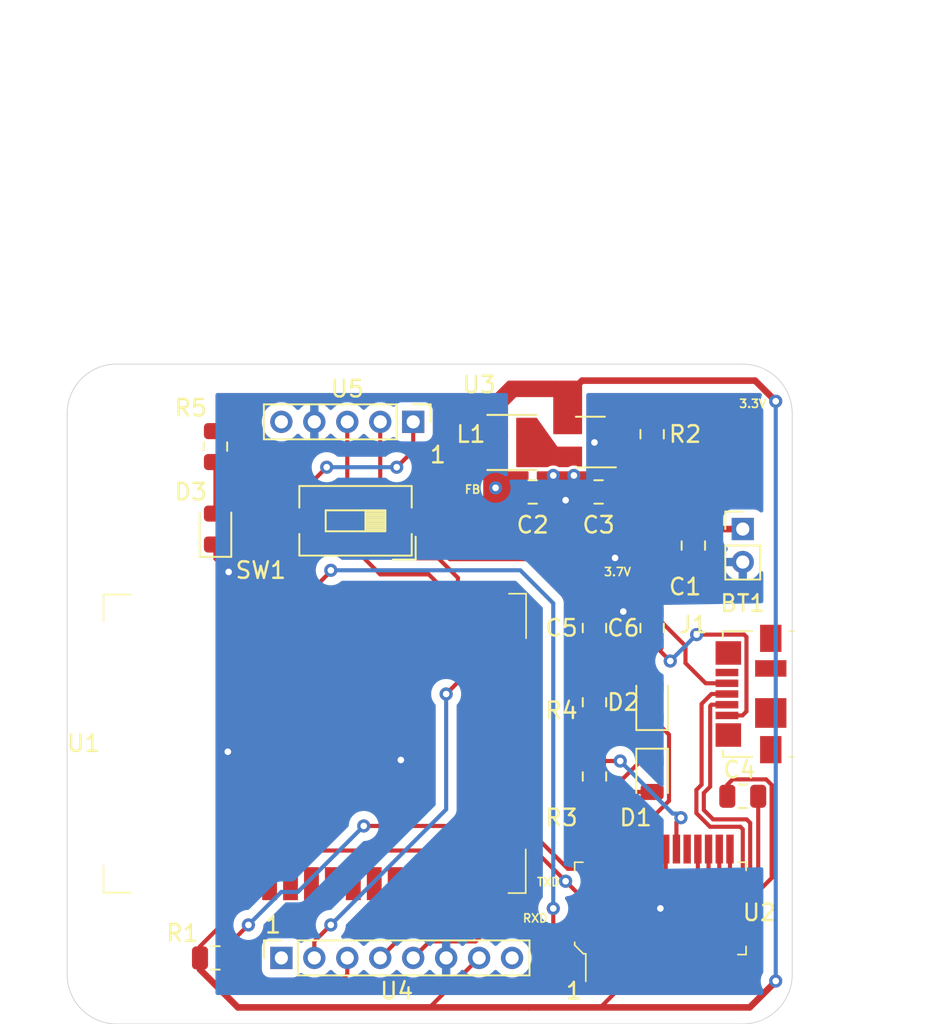
<source format=kicad_pcb>
(kicad_pcb (version 20171130) (host pcbnew 5.1.5+dfsg1-2build2)

  (general
    (thickness 1.6)
    (drawings 21)
    (tracks 254)
    (zones 0)
    (modules 23)
    (nets 68)
  )

  (page A4)
  (layers
    (0 F.Cu signal)
    (31 B.Cu signal)
    (32 B.Adhes user)
    (33 F.Adhes user)
    (34 B.Paste user)
    (35 F.Paste user)
    (36 B.SilkS user)
    (37 F.SilkS user)
    (38 B.Mask user)
    (39 F.Mask user)
    (40 Dwgs.User user)
    (41 Cmts.User user)
    (42 Eco1.User user)
    (43 Eco2.User user)
    (44 Edge.Cuts user)
    (45 Margin user)
    (46 B.CrtYd user)
    (47 F.CrtYd user)
    (48 B.Fab user)
    (49 F.Fab user)
  )

  (setup
    (last_trace_width 0.25)
    (user_trace_width 0.4)
    (trace_clearance 0.2)
    (zone_clearance 0.508)
    (zone_45_only no)
    (trace_min 0.2)
    (via_size 0.8)
    (via_drill 0.4)
    (via_min_size 0.4)
    (via_min_drill 0.3)
    (uvia_size 0.3)
    (uvia_drill 0.1)
    (uvias_allowed no)
    (uvia_min_size 0.2)
    (uvia_min_drill 0.1)
    (edge_width 0.05)
    (segment_width 0.2)
    (pcb_text_width 0.3)
    (pcb_text_size 1.5 1.5)
    (mod_edge_width 0.12)
    (mod_text_size 1 1)
    (mod_text_width 0.15)
    (pad_size 1.524 1.524)
    (pad_drill 0.762)
    (pad_to_mask_clearance 0.051)
    (solder_mask_min_width 0.25)
    (aux_axis_origin 0 0)
    (visible_elements FFFDFF7F)
    (pcbplotparams
      (layerselection 0x010fc_ffffffff)
      (usegerberextensions false)
      (usegerberattributes false)
      (usegerberadvancedattributes false)
      (creategerberjobfile false)
      (excludeedgelayer true)
      (linewidth 0.100000)
      (plotframeref false)
      (viasonmask false)
      (mode 1)
      (useauxorigin false)
      (hpglpennumber 1)
      (hpglpenspeed 20)
      (hpglpendiameter 15.000000)
      (psnegative false)
      (psa4output false)
      (plotreference true)
      (plotvalue true)
      (plotinvisibletext false)
      (padsonsilk false)
      (subtractmaskfromsilk false)
      (outputformat 1)
      (mirror false)
      (drillshape 0)
      (scaleselection 1)
      (outputdirectory "output"))
  )

  (net 0 "")
  (net 1 GND)
  (net 2 "Net-(BT1-Pad1)")
  (net 3 "Net-(J1-Pad2)")
  (net 4 "Net-(J1-Pad3)")
  (net 5 "Net-(U1-Pad3)")
  (net 6 "Net-(U1-Pad4)")
  (net 7 "Net-(U1-Pad5)")
  (net 8 "Net-(U1-Pad6)")
  (net 9 "Net-(U1-Pad7)")
  (net 10 "Net-(U1-Pad8)")
  (net 11 "Net-(U1-Pad9)")
  (net 12 "Net-(U1-Pad10)")
  (net 13 "Net-(U1-Pad11)")
  (net 14 "Net-(U1-Pad12)")
  (net 15 "Net-(U1-Pad17)")
  (net 16 "Net-(U1-Pad18)")
  (net 17 "Net-(U1-Pad19)")
  (net 18 "Net-(U1-Pad20)")
  (net 19 "Net-(U1-Pad21)")
  (net 20 "Net-(U1-Pad22)")
  (net 21 "Net-(U1-Pad24)")
  (net 22 "Net-(U1-Pad25)")
  (net 23 "Net-(U1-Pad26)")
  (net 24 "Net-(U1-Pad29)")
  (net 25 "Net-(U1-Pad30)")
  (net 26 "Net-(U1-Pad31)")
  (net 27 "Net-(U1-Pad32)")
  (net 28 "Net-(U1-Pad33)")
  (net 29 "Net-(U1-Pad36)")
  (net 30 "Net-(U1-Pad37)")
  (net 31 "Net-(U1-Pad35)")
  (net 32 "Net-(U2-Pad2)")
  (net 33 "Net-(U2-Pad3)")
  (net 34 "Net-(U2-Pad6)")
  (net 35 "Net-(U2-Pad9)")
  (net 36 "Net-(U2-Pad10)")
  (net 37 "Net-(U2-Pad11)")
  (net 38 "Net-(U2-Pad12)")
  (net 39 "Net-(U2-Pad13)")
  (net 40 "Net-(U2-Pad14)")
  (net 41 "Net-(U2-Pad19)")
  (net 42 "Net-(U2-Pad27)")
  (net 43 "Net-(U2-Pad28)")
  (net 44 "Net-(U1-Pad34)")
  (net 45 "Net-(C2-Pad2)")
  (net 46 "Net-(C3-Pad2)")
  (net 47 "Net-(L1-Pad2)")
  (net 48 "Net-(R1-Pad2)")
  (net 49 "Net-(U1-Pad23)")
  (net 50 "Net-(U1-Pad13)")
  (net 51 "Net-(U1-Pad14)")
  (net 52 "Net-(U1-Pad28)")
  (net 53 "Net-(U1-Pad27)")
  (net 54 "Net-(U4-Pad1)")
  (net 55 "Net-(U4-Pad8)")
  (net 56 "Net-(U5-Pad5)")
  (net 57 "Net-(C5-Pad1)")
  (net 58 "Net-(C4-Pad2)")
  (net 59 "Net-(U2-Pad8)")
  (net 60 "Net-(U2-Pad24)")
  (net 61 "Net-(J1-Pad5)")
  (net 62 "Net-(R2-Pad1)")
  (net 63 "Net-(D1-Pad2)")
  (net 64 "Net-(D1-Pad1)")
  (net 65 "Net-(D2-Pad1)")
  (net 66 "Net-(D2-Pad2)")
  (net 67 "Net-(D3-Pad2)")

  (net_class Default "This is the default net class."
    (clearance 0.2)
    (trace_width 0.25)
    (via_dia 0.8)
    (via_drill 0.4)
    (uvia_dia 0.3)
    (uvia_drill 0.1)
    (add_net GND)
    (add_net "Net-(BT1-Pad1)")
    (add_net "Net-(C2-Pad2)")
    (add_net "Net-(C3-Pad2)")
    (add_net "Net-(C4-Pad2)")
    (add_net "Net-(C5-Pad1)")
    (add_net "Net-(D1-Pad1)")
    (add_net "Net-(D1-Pad2)")
    (add_net "Net-(D2-Pad1)")
    (add_net "Net-(D2-Pad2)")
    (add_net "Net-(D3-Pad2)")
    (add_net "Net-(J1-Pad2)")
    (add_net "Net-(J1-Pad3)")
    (add_net "Net-(J1-Pad5)")
    (add_net "Net-(L1-Pad2)")
    (add_net "Net-(R1-Pad2)")
    (add_net "Net-(R2-Pad1)")
    (add_net "Net-(U1-Pad10)")
    (add_net "Net-(U1-Pad11)")
    (add_net "Net-(U1-Pad12)")
    (add_net "Net-(U1-Pad13)")
    (add_net "Net-(U1-Pad14)")
    (add_net "Net-(U1-Pad17)")
    (add_net "Net-(U1-Pad18)")
    (add_net "Net-(U1-Pad19)")
    (add_net "Net-(U1-Pad20)")
    (add_net "Net-(U1-Pad21)")
    (add_net "Net-(U1-Pad22)")
    (add_net "Net-(U1-Pad23)")
    (add_net "Net-(U1-Pad24)")
    (add_net "Net-(U1-Pad25)")
    (add_net "Net-(U1-Pad26)")
    (add_net "Net-(U1-Pad27)")
    (add_net "Net-(U1-Pad28)")
    (add_net "Net-(U1-Pad29)")
    (add_net "Net-(U1-Pad3)")
    (add_net "Net-(U1-Pad30)")
    (add_net "Net-(U1-Pad31)")
    (add_net "Net-(U1-Pad32)")
    (add_net "Net-(U1-Pad33)")
    (add_net "Net-(U1-Pad34)")
    (add_net "Net-(U1-Pad35)")
    (add_net "Net-(U1-Pad36)")
    (add_net "Net-(U1-Pad37)")
    (add_net "Net-(U1-Pad4)")
    (add_net "Net-(U1-Pad5)")
    (add_net "Net-(U1-Pad6)")
    (add_net "Net-(U1-Pad7)")
    (add_net "Net-(U1-Pad8)")
    (add_net "Net-(U1-Pad9)")
    (add_net "Net-(U2-Pad10)")
    (add_net "Net-(U2-Pad11)")
    (add_net "Net-(U2-Pad12)")
    (add_net "Net-(U2-Pad13)")
    (add_net "Net-(U2-Pad14)")
    (add_net "Net-(U2-Pad19)")
    (add_net "Net-(U2-Pad2)")
    (add_net "Net-(U2-Pad24)")
    (add_net "Net-(U2-Pad27)")
    (add_net "Net-(U2-Pad28)")
    (add_net "Net-(U2-Pad3)")
    (add_net "Net-(U2-Pad6)")
    (add_net "Net-(U2-Pad8)")
    (add_net "Net-(U2-Pad9)")
    (add_net "Net-(U4-Pad1)")
    (add_net "Net-(U4-Pad8)")
    (add_net "Net-(U5-Pad5)")
  )

  (net_class Power ""
    (clearance 0.25)
    (trace_width 0.5)
    (via_dia 0.8)
    (via_drill 0.4)
    (uvia_dia 0.3)
    (uvia_drill 0.1)
  )

  (module LQH3NPN2R2MMEL:IND_LQH3NPN2R2MMEL (layer F.Cu) (tedit 5F84ACFC) (tstamp 5F850F12)
    (at 168 79.75)
    (path /5F7BB426)
    (fp_text reference L1 (at -2.5 -0.5) (layer F.SilkS)
      (effects (font (size 1 1) (thickness 0.15)))
    )
    (fp_text value 2.2µH (at 8.65 2.635) (layer F.Fab)
      (effects (font (size 1 1) (thickness 0.015)))
    )
    (fp_line (start -1.5 -1.5) (end 1.5 -1.5) (layer F.Fab) (width 0.127))
    (fp_line (start 1.5 -1.5) (end 1.5 1.5) (layer F.Fab) (width 0.127))
    (fp_line (start 1.5 1.5) (end -1.5 1.5) (layer F.Fab) (width 0.127))
    (fp_line (start -1.5 1.5) (end -1.5 -1.5) (layer F.Fab) (width 0.127))
    (fp_line (start -1.5 -1.67) (end 1.5 -1.67) (layer F.SilkS) (width 0.127))
    (fp_line (start -1.5 1.67) (end 1.5 1.67) (layer F.SilkS) (width 0.127))
    (fp_line (start -1.75 -1.75) (end 1.75 -1.75) (layer F.CrtYd) (width 0.05))
    (fp_line (start 1.75 -1.75) (end 1.75 1.75) (layer F.CrtYd) (width 0.05))
    (fp_line (start 1.75 1.75) (end -1.75 1.75) (layer F.CrtYd) (width 0.05))
    (fp_line (start -1.75 1.75) (end -1.75 -1.75) (layer F.CrtYd) (width 0.05))
    (pad 1 smd rect (at -1.1 0) (size 0.8 2.7) (layers F.Cu F.Paste F.Mask)
      (net 45 "Net-(C2-Pad2)"))
    (pad 2 smd rect (at 1.1 0) (size 0.8 2.7) (layers F.Cu F.Paste F.Mask)
      (net 47 "Net-(L1-Pad2)"))
  )

  (module Resistor_SMD:R_0805_2012Metric (layer F.Cu) (tedit 5B36C52B) (tstamp 5F808CC3)
    (at 173 100 270)
    (descr "Resistor SMD 0805 (2012 Metric), square (rectangular) end terminal, IPC_7351 nominal, (Body size source: https://docs.google.com/spreadsheets/d/1BsfQQcO9C6DZCsRaXUlFlo91Tg2WpOkGARC1WS5S8t0/edit?usp=sharing), generated with kicad-footprint-generator")
    (tags resistor)
    (path /5F8AF9D1)
    (attr smd)
    (fp_text reference R3 (at 2.5 2 180) (layer F.SilkS)
      (effects (font (size 1 1) (thickness 0.15)))
    )
    (fp_text value 1kΩ (at 0 1.65 90) (layer F.Fab)
      (effects (font (size 1 1) (thickness 0.15)))
    )
    (fp_line (start -1 0.6) (end -1 -0.6) (layer F.Fab) (width 0.1))
    (fp_line (start -1 -0.6) (end 1 -0.6) (layer F.Fab) (width 0.1))
    (fp_line (start 1 -0.6) (end 1 0.6) (layer F.Fab) (width 0.1))
    (fp_line (start 1 0.6) (end -1 0.6) (layer F.Fab) (width 0.1))
    (fp_line (start -0.258578 -0.71) (end 0.258578 -0.71) (layer F.SilkS) (width 0.12))
    (fp_line (start -0.258578 0.71) (end 0.258578 0.71) (layer F.SilkS) (width 0.12))
    (fp_line (start -1.68 0.95) (end -1.68 -0.95) (layer F.CrtYd) (width 0.05))
    (fp_line (start -1.68 -0.95) (end 1.68 -0.95) (layer F.CrtYd) (width 0.05))
    (fp_line (start 1.68 -0.95) (end 1.68 0.95) (layer F.CrtYd) (width 0.05))
    (fp_line (start 1.68 0.95) (end -1.68 0.95) (layer F.CrtYd) (width 0.05))
    (fp_text user %R (at 0 0 90) (layer F.Fab)
      (effects (font (size 0.5 0.5) (thickness 0.08)))
    )
    (pad 1 smd roundrect (at -0.9375 0 270) (size 0.975 1.4) (layers F.Cu F.Paste F.Mask) (roundrect_rratio 0.25)
      (net 57 "Net-(C5-Pad1)"))
    (pad 2 smd roundrect (at 0.9375 0 270) (size 0.975 1.4) (layers F.Cu F.Paste F.Mask) (roundrect_rratio 0.25)
      (net 63 "Net-(D1-Pad2)"))
    (model ${KISYS3DMOD}/Resistor_SMD.3dshapes/R_0805_2012Metric.wrl
      (at (xyz 0 0 0))
      (scale (xyz 1 1 1))
      (rotate (xyz 0 0 0))
    )
  )

  (module Package_TO_SOT_SMD:TSOT-23-5 (layer F.Cu) (tedit 5A02FF57) (tstamp 5F810328)
    (at 172.75 79.75 180)
    (descr "5-pin TSOT23 package, http://cds.linear.com/docs/en/packaging/SOT_5_05-08-1635.pdf")
    (tags TSOT-23-5)
    (path /5F7B6A74)
    (attr smd)
    (fp_text reference U3 (at 6.75 3.5) (layer F.SilkS)
      (effects (font (size 1 1) (thickness 0.15)))
    )
    (fp_text value LM3671 (at 0 2.5) (layer F.Fab)
      (effects (font (size 1 1) (thickness 0.15)))
    )
    (fp_text user %R (at 0 0 90) (layer F.Fab)
      (effects (font (size 0.5 0.5) (thickness 0.075)))
    )
    (fp_line (start -0.88 1.56) (end 0.88 1.56) (layer F.SilkS) (width 0.12))
    (fp_line (start 0.88 -1.51) (end -1.55 -1.51) (layer F.SilkS) (width 0.12))
    (fp_line (start -0.88 -1) (end -0.43 -1.45) (layer F.Fab) (width 0.1))
    (fp_line (start 0.88 -1.45) (end -0.43 -1.45) (layer F.Fab) (width 0.1))
    (fp_line (start -0.88 -1) (end -0.88 1.45) (layer F.Fab) (width 0.1))
    (fp_line (start 0.88 1.45) (end -0.88 1.45) (layer F.Fab) (width 0.1))
    (fp_line (start 0.88 -1.45) (end 0.88 1.45) (layer F.Fab) (width 0.1))
    (fp_line (start -2.17 -1.7) (end 2.17 -1.7) (layer F.CrtYd) (width 0.05))
    (fp_line (start -2.17 -1.7) (end -2.17 1.7) (layer F.CrtYd) (width 0.05))
    (fp_line (start 2.17 1.7) (end 2.17 -1.7) (layer F.CrtYd) (width 0.05))
    (fp_line (start 2.17 1.7) (end -2.17 1.7) (layer F.CrtYd) (width 0.05))
    (pad 1 smd rect (at -1.31 -0.95 180) (size 1.22 0.65) (layers F.Cu F.Paste F.Mask)
      (net 46 "Net-(C3-Pad2)"))
    (pad 2 smd rect (at -1.31 0 180) (size 1.22 0.65) (layers F.Cu F.Paste F.Mask)
      (net 1 GND))
    (pad 3 smd rect (at -1.31 0.95 180) (size 1.22 0.65) (layers F.Cu F.Paste F.Mask)
      (net 62 "Net-(R2-Pad1)"))
    (pad 4 smd rect (at 1.31 0.95 180) (size 1.22 0.65) (layers F.Cu F.Paste F.Mask)
      (net 45 "Net-(C2-Pad2)"))
    (pad 5 smd rect (at 1.31 -0.95 180) (size 1.22 0.65) (layers F.Cu F.Paste F.Mask)
      (net 47 "Net-(L1-Pad2)"))
    (model ${KISYS3DMOD}/Package_TO_SOT_SMD.3dshapes/TSOT-23-5.wrl
      (at (xyz 0 0 0))
      (scale (xyz 1 1 1))
      (rotate (xyz 0 0 0))
    )
  )

  (module Button_Switch_SMD:SW_DIP_SPSTx01_Slide_6.7x4.1mm_W6.73mm_P2.54mm_LowProfile_JPin (layer F.Cu) (tedit 5A4E1404) (tstamp 5F81064C)
    (at 158.5 84.5 180)
    (descr "SMD 1x-dip-switch SPST , Slide, row spacing 6.73 mm (264 mils), body size 6.7x4.1mm (see e.g. https://www.ctscorp.com/wp-content/uploads/219.pdf), SMD, LowProfile, JPin")
    (tags "SMD DIP Switch SPST Slide 6.73mm 264mil SMD LowProfile JPin")
    (path /5F7611A6)
    (attr smd)
    (fp_text reference SW1 (at 5.75 -3) (layer F.SilkS)
      (effects (font (size 1 1) (thickness 0.15)))
    )
    (fp_text value SW_DIP_x01 (at 0 3.11) (layer F.Fab)
      (effects (font (size 1 1) (thickness 0.15)))
    )
    (fp_text user on (at 0.8975 -1.3425) (layer F.Fab)
      (effects (font (size 0.6 0.6) (thickness 0.09)))
    )
    (fp_text user %R (at 2.58 0 90) (layer F.Fab)
      (effects (font (size 0.6 0.6) (thickness 0.09)))
    )
    (fp_line (start 4.7 -2.4) (end -4.7 -2.4) (layer F.CrtYd) (width 0.05))
    (fp_line (start 4.7 2.4) (end 4.7 -2.4) (layer F.CrtYd) (width 0.05))
    (fp_line (start -4.7 2.4) (end 4.7 2.4) (layer F.CrtYd) (width 0.05))
    (fp_line (start -4.7 -2.4) (end -4.7 2.4) (layer F.CrtYd) (width 0.05))
    (fp_line (start -0.603333 -0.635) (end -0.603333 0.635) (layer F.SilkS) (width 0.12))
    (fp_line (start -1.81 0.565) (end -0.603333 0.565) (layer F.SilkS) (width 0.12))
    (fp_line (start -1.81 0.445) (end -0.603333 0.445) (layer F.SilkS) (width 0.12))
    (fp_line (start -1.81 0.325) (end -0.603333 0.325) (layer F.SilkS) (width 0.12))
    (fp_line (start -1.81 0.205) (end -0.603333 0.205) (layer F.SilkS) (width 0.12))
    (fp_line (start -1.81 0.085) (end -0.603333 0.085) (layer F.SilkS) (width 0.12))
    (fp_line (start -1.81 -0.035) (end -0.603333 -0.035) (layer F.SilkS) (width 0.12))
    (fp_line (start -1.81 -0.155) (end -0.603333 -0.155) (layer F.SilkS) (width 0.12))
    (fp_line (start -1.81 -0.275) (end -0.603333 -0.275) (layer F.SilkS) (width 0.12))
    (fp_line (start -1.81 -0.395) (end -0.603333 -0.395) (layer F.SilkS) (width 0.12))
    (fp_line (start -1.81 -0.515) (end -0.603333 -0.515) (layer F.SilkS) (width 0.12))
    (fp_line (start 1.81 -0.635) (end -1.81 -0.635) (layer F.SilkS) (width 0.12))
    (fp_line (start 1.81 0.635) (end 1.81 -0.635) (layer F.SilkS) (width 0.12))
    (fp_line (start -1.81 0.635) (end 1.81 0.635) (layer F.SilkS) (width 0.12))
    (fp_line (start -1.81 -0.635) (end -1.81 0.635) (layer F.SilkS) (width 0.12))
    (fp_line (start -3.65 -2.35) (end -3.65 -0.967) (layer F.SilkS) (width 0.12))
    (fp_line (start -3.65 -2.35) (end -2.267 -2.35) (layer F.SilkS) (width 0.12))
    (fp_line (start 3.41 0.8) (end 3.41 2.11) (layer F.SilkS) (width 0.12))
    (fp_line (start 3.41 -2.11) (end 3.41 -0.8) (layer F.SilkS) (width 0.12))
    (fp_line (start -3.41 0.8) (end -3.41 2.11) (layer F.SilkS) (width 0.12))
    (fp_line (start -3.41 -2.11) (end -3.41 -0.8) (layer F.SilkS) (width 0.12))
    (fp_line (start -3.41 2.11) (end 3.41 2.11) (layer F.SilkS) (width 0.12))
    (fp_line (start -3.41 -2.11) (end 3.41 -2.11) (layer F.SilkS) (width 0.12))
    (fp_line (start -0.603333 -0.635) (end -0.603333 0.635) (layer F.Fab) (width 0.1))
    (fp_line (start -1.81 0.565) (end -0.603333 0.565) (layer F.Fab) (width 0.1))
    (fp_line (start -1.81 0.465) (end -0.603333 0.465) (layer F.Fab) (width 0.1))
    (fp_line (start -1.81 0.365) (end -0.603333 0.365) (layer F.Fab) (width 0.1))
    (fp_line (start -1.81 0.265) (end -0.603333 0.265) (layer F.Fab) (width 0.1))
    (fp_line (start -1.81 0.165) (end -0.603333 0.165) (layer F.Fab) (width 0.1))
    (fp_line (start -1.81 0.065) (end -0.603333 0.065) (layer F.Fab) (width 0.1))
    (fp_line (start -1.81 -0.035) (end -0.603333 -0.035) (layer F.Fab) (width 0.1))
    (fp_line (start -1.81 -0.135) (end -0.603333 -0.135) (layer F.Fab) (width 0.1))
    (fp_line (start -1.81 -0.235) (end -0.603333 -0.235) (layer F.Fab) (width 0.1))
    (fp_line (start -1.81 -0.335) (end -0.603333 -0.335) (layer F.Fab) (width 0.1))
    (fp_line (start -1.81 -0.435) (end -0.603333 -0.435) (layer F.Fab) (width 0.1))
    (fp_line (start -1.81 -0.535) (end -0.603333 -0.535) (layer F.Fab) (width 0.1))
    (fp_line (start 1.81 -0.635) (end -1.81 -0.635) (layer F.Fab) (width 0.1))
    (fp_line (start 1.81 0.635) (end 1.81 -0.635) (layer F.Fab) (width 0.1))
    (fp_line (start -1.81 0.635) (end 1.81 0.635) (layer F.Fab) (width 0.1))
    (fp_line (start -1.81 -0.635) (end -1.81 0.635) (layer F.Fab) (width 0.1))
    (fp_line (start -3.35 -1.05) (end -2.35 -2.05) (layer F.Fab) (width 0.1))
    (fp_line (start -3.35 2.05) (end -3.35 -1.05) (layer F.Fab) (width 0.1))
    (fp_line (start 3.35 2.05) (end -3.35 2.05) (layer F.Fab) (width 0.1))
    (fp_line (start 3.35 -2.05) (end 3.35 2.05) (layer F.Fab) (width 0.1))
    (fp_line (start -2.35 -2.05) (end 3.35 -2.05) (layer F.Fab) (width 0.1))
    (pad 2 smd rect (at 3.365 0 180) (size 2.16 1.12) (layers F.Cu F.Paste F.Mask)
      (net 46 "Net-(C3-Pad2)"))
    (pad 1 smd rect (at -3.365 0 180) (size 2.16 1.12) (layers F.Cu F.Paste F.Mask)
      (net 2 "Net-(BT1-Pad1)"))
    (model ${KISYS3DMOD}/Button_Switch_SMD.3dshapes/SW_DIP_SPSTx01_Slide_6.7x4.1mm_W6.73mm_P2.54mm_LowProfile_JPin.wrl
      (at (xyz 0 0 0))
      (scale (xyz 1 1 1))
      (rotate (xyz 0 0 90))
    )
  )

  (module digikey-footprints:ESP32-WROOM-32D (layer F.Cu) (tedit 5D288F29) (tstamp 5F8521B7)
    (at 159 98 90)
    (path /5F648477)
    (attr smd)
    (fp_text reference U1 (at 0.01 -17 180) (layer F.SilkS)
      (effects (font (size 1 1) (thickness 0.15)))
    )
    (fp_text value ESP32-WROOM-32 (at 0 11.88 90) (layer F.Fab)
      (effects (font (size 1 1) (thickness 0.15)))
    )
    (fp_line (start 9 -15.748) (end 9 9.755) (layer F.Fab) (width 0.1))
    (fp_line (start -9 -15.745) (end 9 -15.745) (layer F.Fab) (width 0.1))
    (fp_line (start -9 -15.748) (end -9 9.755) (layer F.Fab) (width 0.1))
    (fp_line (start -9 9.755) (end 9 9.755) (layer F.Fab) (width 0.1))
    (fp_line (start -9.07 9.83) (end -6.42 9.83) (layer F.SilkS) (width 0.1))
    (fp_line (start -9.07 8.78) (end -9.07 9.83) (layer F.SilkS) (width 0.1))
    (fp_line (start 9.08 9.85) (end 6.38 9.85) (layer F.SilkS) (width 0.1))
    (fp_line (start 9.08 8.81) (end 9.08 9.85) (layer F.SilkS) (width 0.1))
    (fp_line (start -9.04 -15.79) (end -7.41 -15.79) (layer F.SilkS) (width 0.1))
    (fp_line (start -9.04 -14.16) (end -9.04 -15.79) (layer F.SilkS) (width 0.1))
    (fp_line (start 9.03 -15.79) (end 7.39 -15.79) (layer F.SilkS) (width 0.1))
    (fp_line (start 9.03 -14.17) (end 9.03 -15.79) (layer F.SilkS) (width 0.1))
    (fp_text user REF** (at 0.01 -5.37 90) (layer F.Fab)
      (effects (font (size 1 1) (thickness 0.15)))
    )
    (fp_line (start 9.74 -16.04) (end -9.74 -16.04) (layer F.CrtYd) (width 0.1))
    (fp_line (start -9.77 -16.04) (end -9.77 10.47) (layer F.CrtYd) (width 0.1))
    (fp_line (start -9.77 10.47) (end 9.73 10.46) (layer F.CrtYd) (width 0.1))
    (fp_line (start 9.74 10.46) (end 9.74 -16.02) (layer F.CrtYd) (width 0.1))
    (pad 39 smd rect (at -1 -1.755 90) (size 5 5) (layers F.Cu F.Paste F.Mask)
      (net 1 GND))
    (pad 25 smd rect (at 8.5 8.255 90) (size 2 0.9) (layers F.Cu F.Paste F.Mask)
      (net 22 "Net-(U1-Pad25)"))
    (pad 26 smd rect (at 8.5 6.985 90) (size 2 0.9) (layers F.Cu F.Paste F.Mask)
      (net 23 "Net-(U1-Pad26)"))
    (pad 27 smd rect (at 8.5 5.715 90) (size 2 0.9) (layers F.Cu F.Paste F.Mask)
      (net 53 "Net-(U1-Pad27)"))
    (pad 28 smd rect (at 8.5 4.445 90) (size 2 0.9) (layers F.Cu F.Paste F.Mask)
      (net 52 "Net-(U1-Pad28)"))
    (pad 29 smd rect (at 8.5 3.175 90) (size 2 0.9) (layers F.Cu F.Paste F.Mask)
      (net 24 "Net-(U1-Pad29)"))
    (pad 30 smd rect (at 8.5 1.905 90) (size 2 0.9) (layers F.Cu F.Paste F.Mask)
      (net 25 "Net-(U1-Pad30)"))
    (pad 31 smd rect (at 8.5 0.635 90) (size 2 0.9) (layers F.Cu F.Paste F.Mask)
      (net 26 "Net-(U1-Pad31)"))
    (pad 32 smd rect (at 8.5 -0.635 90) (size 2 0.9) (layers F.Cu F.Paste F.Mask)
      (net 27 "Net-(U1-Pad32)"))
    (pad 33 smd rect (at 8.5 -1.905 90) (size 2 0.9) (layers F.Cu F.Paste F.Mask)
      (net 28 "Net-(U1-Pad33)"))
    (pad 34 smd rect (at 8.5 -3.175 90) (size 2 0.9) (layers F.Cu F.Paste F.Mask)
      (net 44 "Net-(U1-Pad34)"))
    (pad 35 smd rect (at 8.5 -4.445 90) (size 2 0.9) (layers F.Cu F.Paste F.Mask)
      (net 31 "Net-(U1-Pad35)"))
    (pad 36 smd rect (at 8.5 -5.715 90) (size 2 0.9) (layers F.Cu F.Paste F.Mask)
      (net 29 "Net-(U1-Pad36)"))
    (pad 37 smd rect (at 8.5 -6.985 90) (size 2 0.9) (layers F.Cu F.Paste F.Mask)
      (net 30 "Net-(U1-Pad37)"))
    (pad 38 smd rect (at 8.5 -8.255 90) (size 2 0.9) (layers F.Cu F.Paste F.Mask)
      (net 1 GND))
    (pad 14 smd rect (at -8.5 8.255 90) (size 2 0.9) (layers F.Cu F.Paste F.Mask)
      (net 51 "Net-(U1-Pad14)"))
    (pad 13 smd rect (at -8.5 6.985 90) (size 2 0.9) (layers F.Cu F.Paste F.Mask)
      (net 50 "Net-(U1-Pad13)"))
    (pad 12 smd rect (at -8.5 5.715 90) (size 2 0.9) (layers F.Cu F.Paste F.Mask)
      (net 14 "Net-(U1-Pad12)"))
    (pad 11 smd rect (at -8.5 4.445 90) (size 2 0.9) (layers F.Cu F.Paste F.Mask)
      (net 13 "Net-(U1-Pad11)"))
    (pad 10 smd rect (at -8.5 3.175 90) (size 2 0.9) (layers F.Cu F.Paste F.Mask)
      (net 12 "Net-(U1-Pad10)"))
    (pad 9 smd rect (at -8.5 1.905 90) (size 2 0.9) (layers F.Cu F.Paste F.Mask)
      (net 11 "Net-(U1-Pad9)"))
    (pad 8 smd rect (at -8.5 0.635 90) (size 2 0.9) (layers F.Cu F.Paste F.Mask)
      (net 10 "Net-(U1-Pad8)"))
    (pad 7 smd rect (at -8.5 -0.635 90) (size 2 0.9) (layers F.Cu F.Paste F.Mask)
      (net 9 "Net-(U1-Pad7)"))
    (pad 6 smd rect (at -8.5 -1.905 90) (size 2 0.9) (layers F.Cu F.Paste F.Mask)
      (net 8 "Net-(U1-Pad6)"))
    (pad 5 smd rect (at -8.5 -3.175 90) (size 2 0.9) (layers F.Cu F.Paste F.Mask)
      (net 7 "Net-(U1-Pad5)"))
    (pad 4 smd rect (at -8.5 -4.445 90) (size 2 0.9) (layers F.Cu F.Paste F.Mask)
      (net 6 "Net-(U1-Pad4)"))
    (pad 3 smd rect (at -8.5 -5.715 90) (size 2 0.9) (layers F.Cu F.Paste F.Mask)
      (net 5 "Net-(U1-Pad3)"))
    (pad 2 smd rect (at -8.5 -6.985 90) (size 2 0.9) (layers F.Cu F.Paste F.Mask)
      (net 45 "Net-(C2-Pad2)"))
    (pad 24 smd rect (at 5.715 9.255 180) (size 2 0.9) (layers F.Cu F.Paste F.Mask)
      (net 21 "Net-(U1-Pad24)"))
    (pad 23 smd rect (at 4.445 9.255 180) (size 2 0.9) (layers F.Cu F.Paste F.Mask)
      (net 49 "Net-(U1-Pad23)"))
    (pad 22 smd rect (at 3.175 9.255 180) (size 2 0.9) (layers F.Cu F.Paste F.Mask)
      (net 20 "Net-(U1-Pad22)"))
    (pad 21 smd rect (at 1.905 9.255 180) (size 2 0.9) (layers F.Cu F.Paste F.Mask)
      (net 19 "Net-(U1-Pad21)"))
    (pad 20 smd rect (at 0.635 9.255 180) (size 2 0.9) (layers F.Cu F.Paste F.Mask)
      (net 18 "Net-(U1-Pad20)"))
    (pad 19 smd rect (at -0.635 9.255 180) (size 2 0.9) (layers F.Cu F.Paste F.Mask)
      (net 17 "Net-(U1-Pad19)"))
    (pad 18 smd rect (at -1.905 9.255 180) (size 2 0.9) (layers F.Cu F.Paste F.Mask)
      (net 16 "Net-(U1-Pad18)"))
    (pad 17 smd rect (at -3.175 9.255 180) (size 2 0.9) (layers F.Cu F.Paste F.Mask)
      (net 15 "Net-(U1-Pad17)"))
    (pad 16 smd rect (at -4.445 9.255 180) (size 2 0.9) (layers F.Cu F.Paste F.Mask)
      (net 48 "Net-(R1-Pad2)"))
    (pad 15 smd rect (at -5.715 9.255 180) (size 2 0.9) (layers F.Cu F.Paste F.Mask)
      (net 1 GND))
    (pad 1 smd rect (at -8.5 -8.255 90) (size 2 0.9) (layers F.Cu F.Paste F.Mask)
      (net 1 GND))
  )

  (module Connector_PinSocket_2.00mm:PinSocket_1x08_P2.00mm_Vertical (layer F.Cu) (tedit 5A19A41C) (tstamp 5F7E8E50)
    (at 154 111 90)
    (descr "Through hole straight socket strip, 1x08, 2.00mm pitch, single row (from Kicad 4.0.7), script generated")
    (tags "Through hole socket strip THT 1x08 2.00mm single row")
    (path /5F790B4B)
    (fp_text reference U4 (at -2 7 180) (layer F.SilkS)
      (effects (font (size 1 1) (thickness 0.15)))
    )
    (fp_text value ADA254 (at 0 16.5 90) (layer F.Fab)
      (effects (font (size 1 1) (thickness 0.15)))
    )
    (fp_text user %R (at 0 7) (layer F.Fab)
      (effects (font (size 1 1) (thickness 0.15)))
    )
    (fp_line (start -1.5 15.5) (end -1.5 -1.5) (layer F.CrtYd) (width 0.05))
    (fp_line (start 1.5 15.5) (end -1.5 15.5) (layer F.CrtYd) (width 0.05))
    (fp_line (start 1.5 -1.5) (end 1.5 15.5) (layer F.CrtYd) (width 0.05))
    (fp_line (start -1.5 -1.5) (end 1.5 -1.5) (layer F.CrtYd) (width 0.05))
    (fp_line (start 0 -1.06) (end 1.06 -1.06) (layer F.SilkS) (width 0.12))
    (fp_line (start 1.06 -1.06) (end 1.06 0) (layer F.SilkS) (width 0.12))
    (fp_line (start 1.06 1) (end 1.06 15.06) (layer F.SilkS) (width 0.12))
    (fp_line (start -1.06 15.06) (end 1.06 15.06) (layer F.SilkS) (width 0.12))
    (fp_line (start -1.06 1) (end -1.06 15.06) (layer F.SilkS) (width 0.12))
    (fp_line (start -1.06 1) (end 1.06 1) (layer F.SilkS) (width 0.12))
    (fp_line (start -1 15) (end -1 -1) (layer F.Fab) (width 0.1))
    (fp_line (start 1 15) (end -1 15) (layer F.Fab) (width 0.1))
    (fp_line (start 1 -0.5) (end 1 15) (layer F.Fab) (width 0.1))
    (fp_line (start 0.5 -1) (end 1 -0.5) (layer F.Fab) (width 0.1))
    (fp_line (start -1 -1) (end 0.5 -1) (layer F.Fab) (width 0.1))
    (pad 8 thru_hole oval (at 0 14 90) (size 1.35 1.35) (drill 0.8) (layers *.Cu *.Mask)
      (net 55 "Net-(U4-Pad8)"))
    (pad 7 thru_hole oval (at 0 12 90) (size 1.35 1.35) (drill 0.8) (layers *.Cu *.Mask)
      (net 45 "Net-(C2-Pad2)"))
    (pad 6 thru_hole oval (at 0 10 90) (size 1.35 1.35) (drill 0.8) (layers *.Cu *.Mask)
      (net 1 GND))
    (pad 5 thru_hole oval (at 0 8 90) (size 1.35 1.35) (drill 0.8) (layers *.Cu *.Mask)
      (net 50 "Net-(U1-Pad13)"))
    (pad 4 thru_hole oval (at 0 6 90) (size 1.35 1.35) (drill 0.8) (layers *.Cu *.Mask)
      (net 51 "Net-(U1-Pad14)"))
    (pad 3 thru_hole oval (at 0 4 90) (size 1.35 1.35) (drill 0.8) (layers *.Cu *.Mask)
      (net 48 "Net-(R1-Pad2)"))
    (pad 2 thru_hole oval (at 0 2 90) (size 1.35 1.35) (drill 0.8) (layers *.Cu *.Mask)
      (net 49 "Net-(U1-Pad23)"))
    (pad 1 thru_hole rect (at 0 0 90) (size 1.35 1.35) (drill 0.8) (layers *.Cu *.Mask)
      (net 54 "Net-(U4-Pad1)"))
    (model ${KISYS3DMOD}/Connector_PinSocket_2.00mm.3dshapes/PinSocket_1x08_P2.00mm_Vertical.wrl
      (at (xyz 0 0 0))
      (scale (xyz 1 1 1))
      (rotate (xyz 0 0 0))
    )
  )

  (module Connector_PinHeader_2.00mm:PinHeader_1x05_P2.00mm_Vertical (layer F.Cu) (tedit 59FED667) (tstamp 5F8105CF)
    (at 162 78.5 270)
    (descr "Through hole straight pin header, 1x05, 2.00mm pitch, single row")
    (tags "Through hole pin header THT 1x05 2.00mm single row")
    (path /5F7697FE)
    (fp_text reference U5 (at -2 4 180) (layer F.SilkS)
      (effects (font (size 1 1) (thickness 0.15)))
    )
    (fp_text value ADA751 (at 0 10.06 90) (layer F.Fab)
      (effects (font (size 1 1) (thickness 0.15)))
    )
    (fp_text user %R (at 0 4) (layer F.Fab)
      (effects (font (size 1 1) (thickness 0.15)))
    )
    (fp_line (start 1.5 -1.5) (end -1.5 -1.5) (layer F.CrtYd) (width 0.05))
    (fp_line (start 1.5 9.5) (end 1.5 -1.5) (layer F.CrtYd) (width 0.05))
    (fp_line (start -1.5 9.5) (end 1.5 9.5) (layer F.CrtYd) (width 0.05))
    (fp_line (start -1.5 -1.5) (end -1.5 9.5) (layer F.CrtYd) (width 0.05))
    (fp_line (start -1.06 -1.06) (end 0 -1.06) (layer F.SilkS) (width 0.12))
    (fp_line (start -1.06 0) (end -1.06 -1.06) (layer F.SilkS) (width 0.12))
    (fp_line (start -1.06 1) (end 1.06 1) (layer F.SilkS) (width 0.12))
    (fp_line (start 1.06 1) (end 1.06 9.06) (layer F.SilkS) (width 0.12))
    (fp_line (start -1.06 1) (end -1.06 9.06) (layer F.SilkS) (width 0.12))
    (fp_line (start -1.06 9.06) (end 1.06 9.06) (layer F.SilkS) (width 0.12))
    (fp_line (start -1 -0.5) (end -0.5 -1) (layer F.Fab) (width 0.1))
    (fp_line (start -1 9) (end -1 -0.5) (layer F.Fab) (width 0.1))
    (fp_line (start 1 9) (end -1 9) (layer F.Fab) (width 0.1))
    (fp_line (start 1 -1) (end 1 9) (layer F.Fab) (width 0.1))
    (fp_line (start -0.5 -1) (end 1 -1) (layer F.Fab) (width 0.1))
    (pad 5 thru_hole oval (at 0 8 270) (size 1.35 1.35) (drill 0.8) (layers *.Cu *.Mask)
      (net 56 "Net-(U5-Pad5)"))
    (pad 4 thru_hole oval (at 0 6 270) (size 1.35 1.35) (drill 0.8) (layers *.Cu *.Mask)
      (net 1 GND))
    (pad 3 thru_hole oval (at 0 4 270) (size 1.35 1.35) (drill 0.8) (layers *.Cu *.Mask)
      (net 52 "Net-(U1-Pad28)"))
    (pad 2 thru_hole oval (at 0 2 270) (size 1.35 1.35) (drill 0.8) (layers *.Cu *.Mask)
      (net 53 "Net-(U1-Pad27)"))
    (pad 1 thru_hole rect (at 0 0 270) (size 1.35 1.35) (drill 0.8) (layers *.Cu *.Mask)
      (net 46 "Net-(C3-Pad2)"))
    (model ${KISYS3DMOD}/Connector_PinHeader_2.00mm.3dshapes/PinHeader_1x05_P2.00mm_Vertical.wrl
      (at (xyz 0 0 0))
      (scale (xyz 1 1 1))
      (rotate (xyz 0 0 0))
    )
  )

  (module Connector_PinHeader_2.00mm:PinHeader_1x02_P2.00mm_Vertical (layer F.Cu) (tedit 59FED667) (tstamp 5F7E77CB)
    (at 182 85)
    (descr "Through hole straight pin header, 1x02, 2.00mm pitch, single row")
    (tags "Through hole pin header THT 1x02 2.00mm single row")
    (path /5F6552A0)
    (fp_text reference BT1 (at 0 4.5) (layer F.SilkS)
      (effects (font (size 1 1) (thickness 0.15)))
    )
    (fp_text value 3.7V (at 0 4.06) (layer F.Fab)
      (effects (font (size 1 1) (thickness 0.15)))
    )
    (fp_line (start -0.5 -1) (end 1 -1) (layer F.Fab) (width 0.1))
    (fp_line (start 1 -1) (end 1 3) (layer F.Fab) (width 0.1))
    (fp_line (start 1 3) (end -1 3) (layer F.Fab) (width 0.1))
    (fp_line (start -1 3) (end -1 -0.5) (layer F.Fab) (width 0.1))
    (fp_line (start -1 -0.5) (end -0.5 -1) (layer F.Fab) (width 0.1))
    (fp_line (start -1.06 3.06) (end 1.06 3.06) (layer F.SilkS) (width 0.12))
    (fp_line (start -1.06 1) (end -1.06 3.06) (layer F.SilkS) (width 0.12))
    (fp_line (start 1.06 1) (end 1.06 3.06) (layer F.SilkS) (width 0.12))
    (fp_line (start -1.06 1) (end 1.06 1) (layer F.SilkS) (width 0.12))
    (fp_line (start -1.06 0) (end -1.06 -1.06) (layer F.SilkS) (width 0.12))
    (fp_line (start -1.06 -1.06) (end 0 -1.06) (layer F.SilkS) (width 0.12))
    (fp_line (start -1.5 -1.5) (end -1.5 3.5) (layer F.CrtYd) (width 0.05))
    (fp_line (start -1.5 3.5) (end 1.5 3.5) (layer F.CrtYd) (width 0.05))
    (fp_line (start 1.5 3.5) (end 1.5 -1.5) (layer F.CrtYd) (width 0.05))
    (fp_line (start 1.5 -1.5) (end -1.5 -1.5) (layer F.CrtYd) (width 0.05))
    (fp_text user %R (at 0 1 90) (layer F.Fab)
      (effects (font (size 1 1) (thickness 0.15)))
    )
    (pad 1 thru_hole rect (at 0 0) (size 1.35 1.35) (drill 0.8) (layers *.Cu *.Mask)
      (net 2 "Net-(BT1-Pad1)"))
    (pad 2 thru_hole oval (at 0 2) (size 1.35 1.35) (drill 0.8) (layers *.Cu *.Mask)
      (net 1 GND))
    (model ${KISYS3DMOD}/Connector_PinHeader_2.00mm.3dshapes/PinHeader_1x02_P2.00mm_Vertical.wrl
      (at (xyz 0 0 0))
      (scale (xyz 1 1 1))
      (rotate (xyz 0 0 0))
    )
  )

  (module Connector_USB:USB_Micro-B_Molex_47346-0001 (layer F.Cu) (tedit 5D8620A7) (tstamp 5F8523DE)
    (at 182.5 95 90)
    (descr "Micro USB B receptable with flange, bottom-mount, SMD, right-angle (http://www.molex.com/pdm_docs/sd/473460001_sd.pdf)")
    (tags "Micro B USB SMD")
    (path /5F7A6664)
    (attr smd)
    (fp_text reference J1 (at 4.2 -3.5) (layer F.SilkS)
      (effects (font (size 1 1) (thickness 0.15)))
    )
    (fp_text value USB_B (at 0 4.6 270) (layer F.Fab)
      (effects (font (size 1 1) (thickness 0.15)))
    )
    (fp_line (start -3.25 2.65) (end 3.25 2.65) (layer F.Fab) (width 0.1))
    (fp_line (start -3.81 2.6) (end -3.81 2.34) (layer F.SilkS) (width 0.12))
    (fp_line (start -3.81 0.06) (end -3.81 -1.71) (layer F.SilkS) (width 0.12))
    (fp_line (start -3.81 -1.71) (end -3.43 -1.71) (layer F.SilkS) (width 0.12))
    (fp_line (start 3.81 -1.71) (end 3.81 0.06) (layer F.SilkS) (width 0.12))
    (fp_line (start 3.81 2.34) (end 3.81 2.6) (layer F.SilkS) (width 0.12))
    (fp_line (start -3.75 3.35) (end -3.75 -1.65) (layer F.Fab) (width 0.1))
    (fp_line (start -3.75 -1.65) (end 3.75 -1.65) (layer F.Fab) (width 0.1))
    (fp_line (start 3.75 -1.65) (end 3.75 3.35) (layer F.Fab) (width 0.1))
    (fp_line (start 3.75 3.35) (end -3.75 3.35) (layer F.Fab) (width 0.1))
    (fp_line (start -4.7 3.85) (end -4.7 -2.65) (layer F.CrtYd) (width 0.05))
    (fp_line (start -4.7 -2.65) (end 4.7 -2.65) (layer F.CrtYd) (width 0.05))
    (fp_line (start 4.7 -2.65) (end 4.7 3.85) (layer F.CrtYd) (width 0.05))
    (fp_line (start 4.7 3.85) (end -4.7 3.85) (layer F.CrtYd) (width 0.05))
    (fp_line (start 3.81 -1.71) (end 3.43 -1.71) (layer F.SilkS) (width 0.12))
    (fp_text user %R (at 0 1.2 90) (layer F.Fab)
      (effects (font (size 1 1) (thickness 0.15)))
    )
    (fp_text user "PCB Edge" (at 0 2.67 270) (layer Dwgs.User)
      (effects (font (size 0.4 0.4) (thickness 0.04)))
    )
    (pad 6 smd rect (at 1.55 1.2 90) (size 1 1.9) (layers F.Cu F.Paste F.Mask))
    (pad 6 smd rect (at -1.15 1.2 90) (size 1.8 1.9) (layers F.Cu F.Paste F.Mask))
    (pad 6 smd rect (at 3.375 1.2 90) (size 1.65 1.3) (layers F.Cu F.Paste F.Mask))
    (pad 6 smd rect (at -3.375 1.2 90) (size 1.65 1.3) (layers F.Cu F.Paste F.Mask))
    (pad 6 smd rect (at 2.4875 -1.375 90) (size 1.425 1.55) (layers F.Cu F.Paste F.Mask))
    (pad 6 smd rect (at -2.4875 -1.375 90) (size 1.425 1.55) (layers F.Cu F.Paste F.Mask))
    (pad 5 smd rect (at 1.3 -1.46 90) (size 0.45 1.38) (layers F.Cu F.Paste F.Mask)
      (net 61 "Net-(J1-Pad5)"))
    (pad 4 smd rect (at 0.65 -1.46 90) (size 0.45 1.38) (layers F.Cu F.Paste F.Mask)
      (net 1 GND))
    (pad 3 smd rect (at 0 -1.46 90) (size 0.45 1.38) (layers F.Cu F.Paste F.Mask)
      (net 4 "Net-(J1-Pad3)"))
    (pad 2 smd rect (at -0.65 -1.46 90) (size 0.45 1.38) (layers F.Cu F.Paste F.Mask)
      (net 3 "Net-(J1-Pad2)"))
    (pad 1 smd rect (at -1.3 -1.46 90) (size 0.45 1.38) (layers F.Cu F.Paste F.Mask)
      (net 57 "Net-(C5-Pad1)"))
    (model ${KISYS3DMOD}/Connector_USB.3dshapes/USB_Micro-B_Molex_47346-0001.wrl
      (at (xyz 0 0 0))
      (scale (xyz 1 1 1))
      (rotate (xyz 0 0 0))
    )
  )

  (module digikey-footprints:SSOP-28_W5.30mm (layer F.Cu) (tedit 5D28A6AD) (tstamp 5F851F13)
    (at 177 108)
    (path /5F7DF2B6)
    (attr smd)
    (fp_text reference U2 (at 6 0.25) (layer F.SilkS)
      (effects (font (size 1 1) (thickness 0.15)))
    )
    (fp_text value FT232RL-REEL (at 0 5.8) (layer F.Fab)
      (effects (font (size 1 1) (thickness 0.15)))
    )
    (fp_line (start -5.1 -2.65) (end 5.1 -2.65) (layer F.Fab) (width 0.1))
    (fp_line (start 5.1 -2.65) (end 5.1 2.65) (layer F.Fab) (width 0.1))
    (fp_line (start 5.2 2.8) (end 4.7 2.8) (layer F.SilkS) (width 0.1))
    (fp_line (start 5.2 2.8) (end 5.2 2.3) (layer F.SilkS) (width 0.1))
    (fp_line (start 5.2 -2.8) (end 4.7 -2.8) (layer F.SilkS) (width 0.1))
    (fp_line (start 5.2 -2.8) (end 5.2 -2.3) (layer F.SilkS) (width 0.1))
    (fp_line (start -5.2 -2.8) (end -4.7 -2.8) (layer F.SilkS) (width 0.1))
    (fp_line (start -5.2 -2.8) (end -5.2 -2.3) (layer F.SilkS) (width 0.1))
    (fp_line (start -5.1 2.175) (end -4.625 2.65) (layer F.Fab) (width 0.1))
    (fp_line (start -5.1 2.175) (end -5.1 -2.65) (layer F.Fab) (width 0.1))
    (fp_line (start -4.625 2.65) (end 5.1 2.65) (layer F.Fab) (width 0.1))
    (fp_line (start -4.525 2.75) (end -4.525 4.425) (layer F.SilkS) (width 0.1))
    (fp_line (start -4.675 2.75) (end -4.525 2.75) (layer F.SilkS) (width 0.1))
    (fp_line (start -5.2 2.225) (end -4.675 2.75) (layer F.SilkS) (width 0.1))
    (fp_line (start -5.2 2.05) (end -5.2 2.225) (layer F.SilkS) (width 0.1))
    (fp_text user %R (at 0 0) (layer F.Fab)
      (effects (font (size 1 1) (thickness 0.15)))
    )
    (fp_line (start -5.35 -4.73) (end 5.35 -4.73) (layer F.CrtYd) (width 0.05))
    (fp_line (start 5.35 -4.73) (end 5.35 4.73) (layer F.CrtYd) (width 0.05))
    (fp_line (start -5.35 4.73) (end 5.35 4.73) (layer F.CrtYd) (width 0.05))
    (fp_line (start -5.35 -4.73) (end -5.35 4.73) (layer F.CrtYd) (width 0.05))
    (pad 28 smd rect (at -4.225 -3.6) (size 0.45 1.75) (layers F.Cu F.Paste F.Mask)
      (net 43 "Net-(U2-Pad28)"))
    (pad 27 smd rect (at -3.575 -3.6) (size 0.45 1.75) (layers F.Cu F.Paste F.Mask)
      (net 42 "Net-(U2-Pad27)"))
    (pad 26 smd rect (at -2.925 -3.6) (size 0.45 1.75) (layers F.Cu F.Paste F.Mask)
      (net 1 GND))
    (pad 25 smd rect (at -2.275 -3.6) (size 0.45 1.75) (layers F.Cu F.Paste F.Mask)
      (net 1 GND))
    (pad 24 smd rect (at -1.625 -3.6) (size 0.45 1.75) (layers F.Cu F.Paste F.Mask)
      (net 60 "Net-(U2-Pad24)"))
    (pad 23 smd rect (at -0.975 -3.6) (size 0.45 1.75) (layers F.Cu F.Paste F.Mask)
      (net 64 "Net-(D1-Pad1)"))
    (pad 22 smd rect (at -0.325 -3.6) (size 0.45 1.75) (layers F.Cu F.Paste F.Mask)
      (net 65 "Net-(D2-Pad1)"))
    (pad 21 smd rect (at 0.325 -3.6) (size 0.45 1.75) (layers F.Cu F.Paste F.Mask)
      (net 1 GND))
    (pad 20 smd rect (at 0.975 -3.6) (size 0.45 1.75) (layers F.Cu F.Paste F.Mask)
      (net 57 "Net-(C5-Pad1)"))
    (pad 19 smd rect (at 1.625 -3.6) (size 0.45 1.75) (layers F.Cu F.Paste F.Mask)
      (net 41 "Net-(U2-Pad19)"))
    (pad 18 smd rect (at 2.275 -3.6) (size 0.45 1.75) (layers F.Cu F.Paste F.Mask)
      (net 1 GND))
    (pad 17 smd rect (at 2.925 -3.6) (size 0.45 1.75) (layers F.Cu F.Paste F.Mask)
      (net 58 "Net-(C4-Pad2)"))
    (pad 16 smd rect (at 3.575 -3.6) (size 0.45 1.75) (layers F.Cu F.Paste F.Mask)
      (net 3 "Net-(J1-Pad2)"))
    (pad 15 smd rect (at 4.225 -3.6) (size 0.45 1.75) (layers F.Cu F.Paste F.Mask)
      (net 4 "Net-(J1-Pad3)"))
    (pad 14 smd rect (at 4.225 3.6) (size 0.45 1.75) (layers F.Cu F.Paste F.Mask)
      (net 40 "Net-(U2-Pad14)"))
    (pad 13 smd rect (at 3.575 3.6) (size 0.45 1.75) (layers F.Cu F.Paste F.Mask)
      (net 39 "Net-(U2-Pad13)"))
    (pad 12 smd rect (at 2.925 3.6) (size 0.45 1.75) (layers F.Cu F.Paste F.Mask)
      (net 38 "Net-(U2-Pad12)"))
    (pad 11 smd rect (at 2.275 3.6) (size 0.45 1.75) (layers F.Cu F.Paste F.Mask)
      (net 37 "Net-(U2-Pad11)"))
    (pad 10 smd rect (at 1.625 3.6) (size 0.45 1.75) (layers F.Cu F.Paste F.Mask)
      (net 36 "Net-(U2-Pad10)"))
    (pad 9 smd rect (at 0.975 3.6) (size 0.45 1.75) (layers F.Cu F.Paste F.Mask)
      (net 35 "Net-(U2-Pad9)"))
    (pad 8 smd rect (at 0.325 3.6) (size 0.45 1.75) (layers F.Cu F.Paste F.Mask)
      (net 59 "Net-(U2-Pad8)"))
    (pad 7 smd rect (at -0.325 3.6) (size 0.45 1.75) (layers F.Cu F.Paste F.Mask)
      (net 1 GND))
    (pad 6 smd rect (at -0.975 3.6) (size 0.45 1.75) (layers F.Cu F.Paste F.Mask)
      (net 34 "Net-(U2-Pad6)"))
    (pad 5 smd rect (at -1.625 3.6) (size 0.45 1.75) (layers F.Cu F.Paste F.Mask)
      (net 31 "Net-(U1-Pad35)"))
    (pad 4 smd rect (at -2.275 3.6) (size 0.45 1.75) (layers F.Cu F.Paste F.Mask)
      (net 45 "Net-(C2-Pad2)"))
    (pad 3 smd rect (at -2.925 3.6) (size 0.45 1.75) (layers F.Cu F.Paste F.Mask)
      (net 33 "Net-(U2-Pad3)"))
    (pad 2 smd rect (at -3.575 3.6) (size 0.45 1.75) (layers F.Cu F.Paste F.Mask)
      (net 32 "Net-(U2-Pad2)"))
    (pad 1 smd rect (at -4.225 3.6) (size 0.45 1.75) (layers F.Cu F.Paste F.Mask)
      (net 44 "Net-(U1-Pad34)"))
  )

  (module Capacitor_SMD:C_0805_2012Metric (layer F.Cu) (tedit 5B36C52B) (tstamp 5F80A9E5)
    (at 179 86 90)
    (descr "Capacitor SMD 0805 (2012 Metric), square (rectangular) end terminal, IPC_7351 nominal, (Body size source: https://docs.google.com/spreadsheets/d/1BsfQQcO9C6DZCsRaXUlFlo91Tg2WpOkGARC1WS5S8t0/edit?usp=sharing), generated with kicad-footprint-generator")
    (tags capacitor)
    (path /5F6903A5)
    (attr smd)
    (fp_text reference C1 (at -2.5 -0.5 180) (layer F.SilkS)
      (effects (font (size 1 1) (thickness 0.15)))
    )
    (fp_text value 4.7µF (at 0 1.65 90) (layer F.Fab)
      (effects (font (size 1 1) (thickness 0.15)))
    )
    (fp_text user %R (at 0 0 90) (layer F.Fab)
      (effects (font (size 0.5 0.5) (thickness 0.08)))
    )
    (fp_line (start 1.68 0.95) (end -1.68 0.95) (layer F.CrtYd) (width 0.05))
    (fp_line (start 1.68 -0.95) (end 1.68 0.95) (layer F.CrtYd) (width 0.05))
    (fp_line (start -1.68 -0.95) (end 1.68 -0.95) (layer F.CrtYd) (width 0.05))
    (fp_line (start -1.68 0.95) (end -1.68 -0.95) (layer F.CrtYd) (width 0.05))
    (fp_line (start -0.258578 0.71) (end 0.258578 0.71) (layer F.SilkS) (width 0.12))
    (fp_line (start -0.258578 -0.71) (end 0.258578 -0.71) (layer F.SilkS) (width 0.12))
    (fp_line (start 1 0.6) (end -1 0.6) (layer F.Fab) (width 0.1))
    (fp_line (start 1 -0.6) (end 1 0.6) (layer F.Fab) (width 0.1))
    (fp_line (start -1 -0.6) (end 1 -0.6) (layer F.Fab) (width 0.1))
    (fp_line (start -1 0.6) (end -1 -0.6) (layer F.Fab) (width 0.1))
    (pad 2 smd roundrect (at 0.9375 0 90) (size 0.975 1.4) (layers F.Cu F.Paste F.Mask) (roundrect_rratio 0.25)
      (net 2 "Net-(BT1-Pad1)"))
    (pad 1 smd roundrect (at -0.9375 0 90) (size 0.975 1.4) (layers F.Cu F.Paste F.Mask) (roundrect_rratio 0.25)
      (net 1 GND))
    (model ${KISYS3DMOD}/Capacitor_SMD.3dshapes/C_0805_2012Metric.wrl
      (at (xyz 0 0 0))
      (scale (xyz 1 1 1))
      (rotate (xyz 0 0 0))
    )
  )

  (module Capacitor_SMD:C_0805_2012Metric (layer F.Cu) (tedit 5B36C52B) (tstamp 5F810393)
    (at 169.25 82.75 180)
    (descr "Capacitor SMD 0805 (2012 Metric), square (rectangular) end terminal, IPC_7351 nominal, (Body size source: https://docs.google.com/spreadsheets/d/1BsfQQcO9C6DZCsRaXUlFlo91Tg2WpOkGARC1WS5S8t0/edit?usp=sharing), generated with kicad-footprint-generator")
    (tags capacitor)
    (path /5F7C4AC4)
    (attr smd)
    (fp_text reference C2 (at 0 -2) (layer F.SilkS)
      (effects (font (size 1 1) (thickness 0.15)))
    )
    (fp_text value 10µF (at 0 1.65) (layer F.Fab)
      (effects (font (size 1 1) (thickness 0.15)))
    )
    (fp_line (start -1 0.6) (end -1 -0.6) (layer F.Fab) (width 0.1))
    (fp_line (start -1 -0.6) (end 1 -0.6) (layer F.Fab) (width 0.1))
    (fp_line (start 1 -0.6) (end 1 0.6) (layer F.Fab) (width 0.1))
    (fp_line (start 1 0.6) (end -1 0.6) (layer F.Fab) (width 0.1))
    (fp_line (start -0.258578 -0.71) (end 0.258578 -0.71) (layer F.SilkS) (width 0.12))
    (fp_line (start -0.258578 0.71) (end 0.258578 0.71) (layer F.SilkS) (width 0.12))
    (fp_line (start -1.68 0.95) (end -1.68 -0.95) (layer F.CrtYd) (width 0.05))
    (fp_line (start -1.68 -0.95) (end 1.68 -0.95) (layer F.CrtYd) (width 0.05))
    (fp_line (start 1.68 -0.95) (end 1.68 0.95) (layer F.CrtYd) (width 0.05))
    (fp_line (start 1.68 0.95) (end -1.68 0.95) (layer F.CrtYd) (width 0.05))
    (fp_text user %R (at 0 0) (layer F.Fab)
      (effects (font (size 0.5 0.5) (thickness 0.08)))
    )
    (pad 1 smd roundrect (at -0.9375 0 180) (size 0.975 1.4) (layers F.Cu F.Paste F.Mask) (roundrect_rratio 0.25)
      (net 1 GND))
    (pad 2 smd roundrect (at 0.9375 0 180) (size 0.975 1.4) (layers F.Cu F.Paste F.Mask) (roundrect_rratio 0.25)
      (net 45 "Net-(C2-Pad2)"))
    (model ${KISYS3DMOD}/Capacitor_SMD.3dshapes/C_0805_2012Metric.wrl
      (at (xyz 0 0 0))
      (scale (xyz 1 1 1))
      (rotate (xyz 0 0 0))
    )
  )

  (module Capacitor_SMD:C_0805_2012Metric (layer F.Cu) (tedit 5B36C52B) (tstamp 5F810363)
    (at 173.25 82.75)
    (descr "Capacitor SMD 0805 (2012 Metric), square (rectangular) end terminal, IPC_7351 nominal, (Body size source: https://docs.google.com/spreadsheets/d/1BsfQQcO9C6DZCsRaXUlFlo91Tg2WpOkGARC1WS5S8t0/edit?usp=sharing), generated with kicad-footprint-generator")
    (tags capacitor)
    (path /5F7E8D8A)
    (attr smd)
    (fp_text reference C3 (at 0 2) (layer F.SilkS)
      (effects (font (size 1 1) (thickness 0.15)))
    )
    (fp_text value 4.7µF (at 0 1.65) (layer F.Fab)
      (effects (font (size 1 1) (thickness 0.15)))
    )
    (fp_line (start -1 0.6) (end -1 -0.6) (layer F.Fab) (width 0.1))
    (fp_line (start -1 -0.6) (end 1 -0.6) (layer F.Fab) (width 0.1))
    (fp_line (start 1 -0.6) (end 1 0.6) (layer F.Fab) (width 0.1))
    (fp_line (start 1 0.6) (end -1 0.6) (layer F.Fab) (width 0.1))
    (fp_line (start -0.258578 -0.71) (end 0.258578 -0.71) (layer F.SilkS) (width 0.12))
    (fp_line (start -0.258578 0.71) (end 0.258578 0.71) (layer F.SilkS) (width 0.12))
    (fp_line (start -1.68 0.95) (end -1.68 -0.95) (layer F.CrtYd) (width 0.05))
    (fp_line (start -1.68 -0.95) (end 1.68 -0.95) (layer F.CrtYd) (width 0.05))
    (fp_line (start 1.68 -0.95) (end 1.68 0.95) (layer F.CrtYd) (width 0.05))
    (fp_line (start 1.68 0.95) (end -1.68 0.95) (layer F.CrtYd) (width 0.05))
    (fp_text user %R (at 0 0) (layer F.Fab)
      (effects (font (size 0.5 0.5) (thickness 0.08)))
    )
    (pad 1 smd roundrect (at -0.9375 0) (size 0.975 1.4) (layers F.Cu F.Paste F.Mask) (roundrect_rratio 0.25)
      (net 1 GND))
    (pad 2 smd roundrect (at 0.9375 0) (size 0.975 1.4) (layers F.Cu F.Paste F.Mask) (roundrect_rratio 0.25)
      (net 46 "Net-(C3-Pad2)"))
    (model ${KISYS3DMOD}/Capacitor_SMD.3dshapes/C_0805_2012Metric.wrl
      (at (xyz 0 0 0))
      (scale (xyz 1 1 1))
      (rotate (xyz 0 0 0))
    )
  )

  (module Capacitor_SMD:C_0805_2012Metric (layer F.Cu) (tedit 5B36C52B) (tstamp 5F80A481)
    (at 182 101.2)
    (descr "Capacitor SMD 0805 (2012 Metric), square (rectangular) end terminal, IPC_7351 nominal, (Body size source: https://docs.google.com/spreadsheets/d/1BsfQQcO9C6DZCsRaXUlFlo91Tg2WpOkGARC1WS5S8t0/edit?usp=sharing), generated with kicad-footprint-generator")
    (tags capacitor)
    (path /5F7A38A5)
    (attr smd)
    (fp_text reference C4 (at -0.2 -1.6) (layer F.SilkS)
      (effects (font (size 1 1) (thickness 0.15)))
    )
    (fp_text value 0.1uF (at 0 1.65) (layer F.Fab)
      (effects (font (size 1 1) (thickness 0.15)))
    )
    (fp_line (start -1 0.6) (end -1 -0.6) (layer F.Fab) (width 0.1))
    (fp_line (start -1 -0.6) (end 1 -0.6) (layer F.Fab) (width 0.1))
    (fp_line (start 1 -0.6) (end 1 0.6) (layer F.Fab) (width 0.1))
    (fp_line (start 1 0.6) (end -1 0.6) (layer F.Fab) (width 0.1))
    (fp_line (start -0.258578 -0.71) (end 0.258578 -0.71) (layer F.SilkS) (width 0.12))
    (fp_line (start -0.258578 0.71) (end 0.258578 0.71) (layer F.SilkS) (width 0.12))
    (fp_line (start -1.68 0.95) (end -1.68 -0.95) (layer F.CrtYd) (width 0.05))
    (fp_line (start -1.68 -0.95) (end 1.68 -0.95) (layer F.CrtYd) (width 0.05))
    (fp_line (start 1.68 -0.95) (end 1.68 0.95) (layer F.CrtYd) (width 0.05))
    (fp_line (start 1.68 0.95) (end -1.68 0.95) (layer F.CrtYd) (width 0.05))
    (fp_text user %R (at 0 0) (layer F.Fab)
      (effects (font (size 0.5 0.5) (thickness 0.08)))
    )
    (pad 1 smd roundrect (at -0.9375 0) (size 0.975 1.4) (layers F.Cu F.Paste F.Mask) (roundrect_rratio 0.25)
      (net 1 GND))
    (pad 2 smd roundrect (at 0.9375 0) (size 0.975 1.4) (layers F.Cu F.Paste F.Mask) (roundrect_rratio 0.25)
      (net 58 "Net-(C4-Pad2)"))
    (model ${KISYS3DMOD}/Capacitor_SMD.3dshapes/C_0805_2012Metric.wrl
      (at (xyz 0 0 0))
      (scale (xyz 1 1 1))
      (rotate (xyz 0 0 0))
    )
  )

  (module Capacitor_SMD:C_0805_2012Metric (layer F.Cu) (tedit 5B36C52B) (tstamp 5F808C48)
    (at 173 91 90)
    (descr "Capacitor SMD 0805 (2012 Metric), square (rectangular) end terminal, IPC_7351 nominal, (Body size source: https://docs.google.com/spreadsheets/d/1BsfQQcO9C6DZCsRaXUlFlo91Tg2WpOkGARC1WS5S8t0/edit?usp=sharing), generated with kicad-footprint-generator")
    (tags capacitor)
    (path /5F7B7975)
    (attr smd)
    (fp_text reference C5 (at 0 -2 180) (layer F.SilkS)
      (effects (font (size 1 1) (thickness 0.15)))
    )
    (fp_text value 0.1uF (at 0 1.65 90) (layer F.Fab)
      (effects (font (size 1 1) (thickness 0.15)))
    )
    (fp_line (start -1 0.6) (end -1 -0.6) (layer F.Fab) (width 0.1))
    (fp_line (start -1 -0.6) (end 1 -0.6) (layer F.Fab) (width 0.1))
    (fp_line (start 1 -0.6) (end 1 0.6) (layer F.Fab) (width 0.1))
    (fp_line (start 1 0.6) (end -1 0.6) (layer F.Fab) (width 0.1))
    (fp_line (start -0.258578 -0.71) (end 0.258578 -0.71) (layer F.SilkS) (width 0.12))
    (fp_line (start -0.258578 0.71) (end 0.258578 0.71) (layer F.SilkS) (width 0.12))
    (fp_line (start -1.68 0.95) (end -1.68 -0.95) (layer F.CrtYd) (width 0.05))
    (fp_line (start -1.68 -0.95) (end 1.68 -0.95) (layer F.CrtYd) (width 0.05))
    (fp_line (start 1.68 -0.95) (end 1.68 0.95) (layer F.CrtYd) (width 0.05))
    (fp_line (start 1.68 0.95) (end -1.68 0.95) (layer F.CrtYd) (width 0.05))
    (fp_text user %R (at 0 0 90) (layer F.Fab)
      (effects (font (size 0.5 0.5) (thickness 0.08)))
    )
    (pad 1 smd roundrect (at -0.9375 0 90) (size 0.975 1.4) (layers F.Cu F.Paste F.Mask) (roundrect_rratio 0.25)
      (net 57 "Net-(C5-Pad1)"))
    (pad 2 smd roundrect (at 0.9375 0 90) (size 0.975 1.4) (layers F.Cu F.Paste F.Mask) (roundrect_rratio 0.25)
      (net 1 GND))
    (model ${KISYS3DMOD}/Capacitor_SMD.3dshapes/C_0805_2012Metric.wrl
      (at (xyz 0 0 0))
      (scale (xyz 1 1 1))
      (rotate (xyz 0 0 0))
    )
  )

  (module Capacitor_SMD:C_0805_2012Metric (layer F.Cu) (tedit 5B36C52B) (tstamp 5F808C59)
    (at 176.5 91 90)
    (descr "Capacitor SMD 0805 (2012 Metric), square (rectangular) end terminal, IPC_7351 nominal, (Body size source: https://docs.google.com/spreadsheets/d/1BsfQQcO9C6DZCsRaXUlFlo91Tg2WpOkGARC1WS5S8t0/edit?usp=sharing), generated with kicad-footprint-generator")
    (tags capacitor)
    (path /5F8242E5)
    (attr smd)
    (fp_text reference C6 (at 0 -1.75 180) (layer F.SilkS)
      (effects (font (size 1 1) (thickness 0.15)))
    )
    (fp_text value 10uF (at 0 1.65 90) (layer F.Fab)
      (effects (font (size 1 1) (thickness 0.15)))
    )
    (fp_text user %R (at 0 0 90) (layer F.Fab)
      (effects (font (size 0.5 0.5) (thickness 0.08)))
    )
    (fp_line (start 1.68 0.95) (end -1.68 0.95) (layer F.CrtYd) (width 0.05))
    (fp_line (start 1.68 -0.95) (end 1.68 0.95) (layer F.CrtYd) (width 0.05))
    (fp_line (start -1.68 -0.95) (end 1.68 -0.95) (layer F.CrtYd) (width 0.05))
    (fp_line (start -1.68 0.95) (end -1.68 -0.95) (layer F.CrtYd) (width 0.05))
    (fp_line (start -0.258578 0.71) (end 0.258578 0.71) (layer F.SilkS) (width 0.12))
    (fp_line (start -0.258578 -0.71) (end 0.258578 -0.71) (layer F.SilkS) (width 0.12))
    (fp_line (start 1 0.6) (end -1 0.6) (layer F.Fab) (width 0.1))
    (fp_line (start 1 -0.6) (end 1 0.6) (layer F.Fab) (width 0.1))
    (fp_line (start -1 -0.6) (end 1 -0.6) (layer F.Fab) (width 0.1))
    (fp_line (start -1 0.6) (end -1 -0.6) (layer F.Fab) (width 0.1))
    (pad 2 smd roundrect (at 0.9375 0 90) (size 0.975 1.4) (layers F.Cu F.Paste F.Mask) (roundrect_rratio 0.25)
      (net 1 GND))
    (pad 1 smd roundrect (at -0.9375 0 90) (size 0.975 1.4) (layers F.Cu F.Paste F.Mask) (roundrect_rratio 0.25)
      (net 57 "Net-(C5-Pad1)"))
    (model ${KISYS3DMOD}/Capacitor_SMD.3dshapes/C_0805_2012Metric.wrl
      (at (xyz 0 0 0))
      (scale (xyz 1 1 1))
      (rotate (xyz 0 0 0))
    )
  )

  (module LED_SMD:LED_0805_2012Metric (layer F.Cu) (tedit 5B36C52C) (tstamp 5F809191)
    (at 176.5 100 270)
    (descr "LED SMD 0805 (2012 Metric), square (rectangular) end terminal, IPC_7351 nominal, (Body size source: https://docs.google.com/spreadsheets/d/1BsfQQcO9C6DZCsRaXUlFlo91Tg2WpOkGARC1WS5S8t0/edit?usp=sharing), generated with kicad-footprint-generator")
    (tags diode)
    (path /5F89779A)
    (attr smd)
    (fp_text reference D1 (at 2.5 1 180) (layer F.SilkS)
      (effects (font (size 1 1) (thickness 0.15)))
    )
    (fp_text value LED (at 0 1.65 90) (layer F.Fab)
      (effects (font (size 1 1) (thickness 0.15)))
    )
    (fp_text user %R (at 0 0 90) (layer F.Fab)
      (effects (font (size 0.5 0.5) (thickness 0.08)))
    )
    (fp_line (start 1.68 0.95) (end -1.68 0.95) (layer F.CrtYd) (width 0.05))
    (fp_line (start 1.68 -0.95) (end 1.68 0.95) (layer F.CrtYd) (width 0.05))
    (fp_line (start -1.68 -0.95) (end 1.68 -0.95) (layer F.CrtYd) (width 0.05))
    (fp_line (start -1.68 0.95) (end -1.68 -0.95) (layer F.CrtYd) (width 0.05))
    (fp_line (start -1.685 0.96) (end 1 0.96) (layer F.SilkS) (width 0.12))
    (fp_line (start -1.685 -0.96) (end -1.685 0.96) (layer F.SilkS) (width 0.12))
    (fp_line (start 1 -0.96) (end -1.685 -0.96) (layer F.SilkS) (width 0.12))
    (fp_line (start 1 0.6) (end 1 -0.6) (layer F.Fab) (width 0.1))
    (fp_line (start -1 0.6) (end 1 0.6) (layer F.Fab) (width 0.1))
    (fp_line (start -1 -0.3) (end -1 0.6) (layer F.Fab) (width 0.1))
    (fp_line (start -0.7 -0.6) (end -1 -0.3) (layer F.Fab) (width 0.1))
    (fp_line (start 1 -0.6) (end -0.7 -0.6) (layer F.Fab) (width 0.1))
    (pad 2 smd roundrect (at 0.9375 0 270) (size 0.975 1.4) (layers F.Cu F.Paste F.Mask) (roundrect_rratio 0.25)
      (net 63 "Net-(D1-Pad2)"))
    (pad 1 smd roundrect (at -0.9375 0 270) (size 0.975 1.4) (layers F.Cu F.Paste F.Mask) (roundrect_rratio 0.25)
      (net 64 "Net-(D1-Pad1)"))
    (model ${KISYS3DMOD}/LED_SMD.3dshapes/LED_0805_2012Metric.wrl
      (at (xyz 0 0 0))
      (scale (xyz 1 1 1))
      (rotate (xyz 0 0 0))
    )
  )

  (module LED_SMD:LED_0805_2012Metric (layer F.Cu) (tedit 5B36C52C) (tstamp 5F808C7F)
    (at 176.5 95.5 90)
    (descr "LED SMD 0805 (2012 Metric), square (rectangular) end terminal, IPC_7351 nominal, (Body size source: https://docs.google.com/spreadsheets/d/1BsfQQcO9C6DZCsRaXUlFlo91Tg2WpOkGARC1WS5S8t0/edit?usp=sharing), generated with kicad-footprint-generator")
    (tags diode)
    (path /5F8A1CB3)
    (attr smd)
    (fp_text reference D2 (at 0 -1.75 180) (layer F.SilkS)
      (effects (font (size 1 1) (thickness 0.15)))
    )
    (fp_text value LED (at 0 1.65 90) (layer F.Fab)
      (effects (font (size 1 1) (thickness 0.15)))
    )
    (fp_line (start 1 -0.6) (end -0.7 -0.6) (layer F.Fab) (width 0.1))
    (fp_line (start -0.7 -0.6) (end -1 -0.3) (layer F.Fab) (width 0.1))
    (fp_line (start -1 -0.3) (end -1 0.6) (layer F.Fab) (width 0.1))
    (fp_line (start -1 0.6) (end 1 0.6) (layer F.Fab) (width 0.1))
    (fp_line (start 1 0.6) (end 1 -0.6) (layer F.Fab) (width 0.1))
    (fp_line (start 1 -0.96) (end -1.685 -0.96) (layer F.SilkS) (width 0.12))
    (fp_line (start -1.685 -0.96) (end -1.685 0.96) (layer F.SilkS) (width 0.12))
    (fp_line (start -1.685 0.96) (end 1 0.96) (layer F.SilkS) (width 0.12))
    (fp_line (start -1.68 0.95) (end -1.68 -0.95) (layer F.CrtYd) (width 0.05))
    (fp_line (start -1.68 -0.95) (end 1.68 -0.95) (layer F.CrtYd) (width 0.05))
    (fp_line (start 1.68 -0.95) (end 1.68 0.95) (layer F.CrtYd) (width 0.05))
    (fp_line (start 1.68 0.95) (end -1.68 0.95) (layer F.CrtYd) (width 0.05))
    (fp_text user %R (at 0 0 90) (layer F.Fab)
      (effects (font (size 0.5 0.5) (thickness 0.08)))
    )
    (pad 1 smd roundrect (at -0.9375 0 90) (size 0.975 1.4) (layers F.Cu F.Paste F.Mask) (roundrect_rratio 0.25)
      (net 65 "Net-(D2-Pad1)"))
    (pad 2 smd roundrect (at 0.9375 0 90) (size 0.975 1.4) (layers F.Cu F.Paste F.Mask) (roundrect_rratio 0.25)
      (net 66 "Net-(D2-Pad2)"))
    (model ${KISYS3DMOD}/LED_SMD.3dshapes/LED_0805_2012Metric.wrl
      (at (xyz 0 0 0))
      (scale (xyz 1 1 1))
      (rotate (xyz 0 0 0))
    )
  )

  (module Resistor_SMD:R_0805_2012Metric (layer F.Cu) (tedit 5B36C52B) (tstamp 5F808CA1)
    (at 150 111)
    (descr "Resistor SMD 0805 (2012 Metric), square (rectangular) end terminal, IPC_7351 nominal, (Body size source: https://docs.google.com/spreadsheets/d/1BsfQQcO9C6DZCsRaXUlFlo91Tg2WpOkGARC1WS5S8t0/edit?usp=sharing), generated with kicad-footprint-generator")
    (tags resistor)
    (path /5F7A3070)
    (attr smd)
    (fp_text reference R1 (at -2 -1.5) (layer F.SilkS)
      (effects (font (size 1 1) (thickness 0.15)))
    )
    (fp_text value 10kΩ (at 0 1.65) (layer F.Fab)
      (effects (font (size 1 1) (thickness 0.15)))
    )
    (fp_line (start -1 0.6) (end -1 -0.6) (layer F.Fab) (width 0.1))
    (fp_line (start -1 -0.6) (end 1 -0.6) (layer F.Fab) (width 0.1))
    (fp_line (start 1 -0.6) (end 1 0.6) (layer F.Fab) (width 0.1))
    (fp_line (start 1 0.6) (end -1 0.6) (layer F.Fab) (width 0.1))
    (fp_line (start -0.258578 -0.71) (end 0.258578 -0.71) (layer F.SilkS) (width 0.12))
    (fp_line (start -0.258578 0.71) (end 0.258578 0.71) (layer F.SilkS) (width 0.12))
    (fp_line (start -1.68 0.95) (end -1.68 -0.95) (layer F.CrtYd) (width 0.05))
    (fp_line (start -1.68 -0.95) (end 1.68 -0.95) (layer F.CrtYd) (width 0.05))
    (fp_line (start 1.68 -0.95) (end 1.68 0.95) (layer F.CrtYd) (width 0.05))
    (fp_line (start 1.68 0.95) (end -1.68 0.95) (layer F.CrtYd) (width 0.05))
    (fp_text user %R (at 0 0) (layer F.Fab)
      (effects (font (size 0.5 0.5) (thickness 0.08)))
    )
    (pad 1 smd roundrect (at -0.9375 0) (size 0.975 1.4) (layers F.Cu F.Paste F.Mask) (roundrect_rratio 0.25)
      (net 45 "Net-(C2-Pad2)"))
    (pad 2 smd roundrect (at 0.9375 0) (size 0.975 1.4) (layers F.Cu F.Paste F.Mask) (roundrect_rratio 0.25)
      (net 48 "Net-(R1-Pad2)"))
    (model ${KISYS3DMOD}/Resistor_SMD.3dshapes/R_0805_2012Metric.wrl
      (at (xyz 0 0 0))
      (scale (xyz 1 1 1))
      (rotate (xyz 0 0 0))
    )
  )

  (module Resistor_SMD:R_0805_2012Metric (layer F.Cu) (tedit 5B36C52B) (tstamp 5F8102E2)
    (at 176.5 79.25 270)
    (descr "Resistor SMD 0805 (2012 Metric), square (rectangular) end terminal, IPC_7351 nominal, (Body size source: https://docs.google.com/spreadsheets/d/1BsfQQcO9C6DZCsRaXUlFlo91Tg2WpOkGARC1WS5S8t0/edit?usp=sharing), generated with kicad-footprint-generator")
    (tags resistor)
    (path /5F815B5C)
    (attr smd)
    (fp_text reference R2 (at 0 -2 180) (layer F.SilkS)
      (effects (font (size 1 1) (thickness 0.15)))
    )
    (fp_text value 100kΩ (at 0 1.65 90) (layer F.Fab)
      (effects (font (size 1 1) (thickness 0.15)))
    )
    (fp_text user %R (at 0 0 90) (layer F.Fab)
      (effects (font (size 0.5 0.5) (thickness 0.08)))
    )
    (fp_line (start 1.68 0.95) (end -1.68 0.95) (layer F.CrtYd) (width 0.05))
    (fp_line (start 1.68 -0.95) (end 1.68 0.95) (layer F.CrtYd) (width 0.05))
    (fp_line (start -1.68 -0.95) (end 1.68 -0.95) (layer F.CrtYd) (width 0.05))
    (fp_line (start -1.68 0.95) (end -1.68 -0.95) (layer F.CrtYd) (width 0.05))
    (fp_line (start -0.258578 0.71) (end 0.258578 0.71) (layer F.SilkS) (width 0.12))
    (fp_line (start -0.258578 -0.71) (end 0.258578 -0.71) (layer F.SilkS) (width 0.12))
    (fp_line (start 1 0.6) (end -1 0.6) (layer F.Fab) (width 0.1))
    (fp_line (start 1 -0.6) (end 1 0.6) (layer F.Fab) (width 0.1))
    (fp_line (start -1 -0.6) (end 1 -0.6) (layer F.Fab) (width 0.1))
    (fp_line (start -1 0.6) (end -1 -0.6) (layer F.Fab) (width 0.1))
    (pad 2 smd roundrect (at 0.9375 0 270) (size 0.975 1.4) (layers F.Cu F.Paste F.Mask) (roundrect_rratio 0.25)
      (net 46 "Net-(C3-Pad2)"))
    (pad 1 smd roundrect (at -0.9375 0 270) (size 0.975 1.4) (layers F.Cu F.Paste F.Mask) (roundrect_rratio 0.25)
      (net 62 "Net-(R2-Pad1)"))
    (model ${KISYS3DMOD}/Resistor_SMD.3dshapes/R_0805_2012Metric.wrl
      (at (xyz 0 0 0))
      (scale (xyz 1 1 1))
      (rotate (xyz 0 0 0))
    )
  )

  (module Resistor_SMD:R_0805_2012Metric (layer F.Cu) (tedit 5B36C52B) (tstamp 5F808CD4)
    (at 173 95.5 90)
    (descr "Resistor SMD 0805 (2012 Metric), square (rectangular) end terminal, IPC_7351 nominal, (Body size source: https://docs.google.com/spreadsheets/d/1BsfQQcO9C6DZCsRaXUlFlo91Tg2WpOkGARC1WS5S8t0/edit?usp=sharing), generated with kicad-footprint-generator")
    (tags resistor)
    (path /5F8B0311)
    (attr smd)
    (fp_text reference R4 (at -0.5 -2 180) (layer F.SilkS)
      (effects (font (size 1 1) (thickness 0.15)))
    )
    (fp_text value 1kΩ (at 0 1.65 90) (layer F.Fab)
      (effects (font (size 1 1) (thickness 0.15)))
    )
    (fp_text user %R (at 0 0 270) (layer F.Fab)
      (effects (font (size 0.5 0.5) (thickness 0.08)))
    )
    (fp_line (start 1.68 0.95) (end -1.68 0.95) (layer F.CrtYd) (width 0.05))
    (fp_line (start 1.68 -0.95) (end 1.68 0.95) (layer F.CrtYd) (width 0.05))
    (fp_line (start -1.68 -0.95) (end 1.68 -0.95) (layer F.CrtYd) (width 0.05))
    (fp_line (start -1.68 0.95) (end -1.68 -0.95) (layer F.CrtYd) (width 0.05))
    (fp_line (start -0.258578 0.71) (end 0.258578 0.71) (layer F.SilkS) (width 0.12))
    (fp_line (start -0.258578 -0.71) (end 0.258578 -0.71) (layer F.SilkS) (width 0.12))
    (fp_line (start 1 0.6) (end -1 0.6) (layer F.Fab) (width 0.1))
    (fp_line (start 1 -0.6) (end 1 0.6) (layer F.Fab) (width 0.1))
    (fp_line (start -1 -0.6) (end 1 -0.6) (layer F.Fab) (width 0.1))
    (fp_line (start -1 0.6) (end -1 -0.6) (layer F.Fab) (width 0.1))
    (pad 2 smd roundrect (at 0.9375 0 90) (size 0.975 1.4) (layers F.Cu F.Paste F.Mask) (roundrect_rratio 0.25)
      (net 66 "Net-(D2-Pad2)"))
    (pad 1 smd roundrect (at -0.9375 0 90) (size 0.975 1.4) (layers F.Cu F.Paste F.Mask) (roundrect_rratio 0.25)
      (net 57 "Net-(C5-Pad1)"))
    (model ${KISYS3DMOD}/Resistor_SMD.3dshapes/R_0805_2012Metric.wrl
      (at (xyz 0 0 0))
      (scale (xyz 1 1 1))
      (rotate (xyz 0 0 0))
    )
  )

  (module LED_SMD:LED_0805_2012Metric (layer F.Cu) (tedit 5B36C52C) (tstamp 5F8273C1)
    (at 150 85 90)
    (descr "LED SMD 0805 (2012 Metric), square (rectangular) end terminal, IPC_7351 nominal, (Body size source: https://docs.google.com/spreadsheets/d/1BsfQQcO9C6DZCsRaXUlFlo91Tg2WpOkGARC1WS5S8t0/edit?usp=sharing), generated with kicad-footprint-generator")
    (tags diode)
    (path /5F83C3D8)
    (attr smd)
    (fp_text reference D3 (at 2.254999 -1.5 180) (layer F.SilkS)
      (effects (font (size 1 1) (thickness 0.15)))
    )
    (fp_text value LED (at 0 1.65 90) (layer F.Fab)
      (effects (font (size 1 1) (thickness 0.15)))
    )
    (fp_line (start 1 -0.6) (end -0.7 -0.6) (layer F.Fab) (width 0.1))
    (fp_line (start -0.7 -0.6) (end -1 -0.3) (layer F.Fab) (width 0.1))
    (fp_line (start -1 -0.3) (end -1 0.6) (layer F.Fab) (width 0.1))
    (fp_line (start -1 0.6) (end 1 0.6) (layer F.Fab) (width 0.1))
    (fp_line (start 1 0.6) (end 1 -0.6) (layer F.Fab) (width 0.1))
    (fp_line (start 1 -0.96) (end -1.685 -0.96) (layer F.SilkS) (width 0.12))
    (fp_line (start -1.685 -0.96) (end -1.685 0.96) (layer F.SilkS) (width 0.12))
    (fp_line (start -1.685 0.96) (end 1 0.96) (layer F.SilkS) (width 0.12))
    (fp_line (start -1.68 0.95) (end -1.68 -0.95) (layer F.CrtYd) (width 0.05))
    (fp_line (start -1.68 -0.95) (end 1.68 -0.95) (layer F.CrtYd) (width 0.05))
    (fp_line (start 1.68 -0.95) (end 1.68 0.95) (layer F.CrtYd) (width 0.05))
    (fp_line (start 1.68 0.95) (end -1.68 0.95) (layer F.CrtYd) (width 0.05))
    (fp_text user %R (at 0 0 90) (layer F.Fab)
      (effects (font (size 0.5 0.5) (thickness 0.08)))
    )
    (pad 1 smd roundrect (at -0.9375 0 90) (size 0.975 1.4) (layers F.Cu F.Paste F.Mask) (roundrect_rratio 0.25)
      (net 1 GND))
    (pad 2 smd roundrect (at 0.9375 0 90) (size 0.975 1.4) (layers F.Cu F.Paste F.Mask) (roundrect_rratio 0.25)
      (net 67 "Net-(D3-Pad2)"))
    (model ${KISYS3DMOD}/LED_SMD.3dshapes/LED_0805_2012Metric.wrl
      (at (xyz 0 0 0))
      (scale (xyz 1 1 1))
      (rotate (xyz 0 0 0))
    )
  )

  (module Resistor_SMD:R_0805_2012Metric (layer F.Cu) (tedit 5B36C52B) (tstamp 5F8273D2)
    (at 150 80 270)
    (descr "Resistor SMD 0805 (2012 Metric), square (rectangular) end terminal, IPC_7351 nominal, (Body size source: https://docs.google.com/spreadsheets/d/1BsfQQcO9C6DZCsRaXUlFlo91Tg2WpOkGARC1WS5S8t0/edit?usp=sharing), generated with kicad-footprint-generator")
    (tags resistor)
    (path /5F83C3DE)
    (attr smd)
    (fp_text reference R5 (at -2.344999 1.5 180) (layer F.SilkS)
      (effects (font (size 1 1) (thickness 0.15)))
    )
    (fp_text value 1kΩ (at 0 1.65 90) (layer F.Fab)
      (effects (font (size 1 1) (thickness 0.15)))
    )
    (fp_line (start -1 0.6) (end -1 -0.6) (layer F.Fab) (width 0.1))
    (fp_line (start -1 -0.6) (end 1 -0.6) (layer F.Fab) (width 0.1))
    (fp_line (start 1 -0.6) (end 1 0.6) (layer F.Fab) (width 0.1))
    (fp_line (start 1 0.6) (end -1 0.6) (layer F.Fab) (width 0.1))
    (fp_line (start -0.258578 -0.71) (end 0.258578 -0.71) (layer F.SilkS) (width 0.12))
    (fp_line (start -0.258578 0.71) (end 0.258578 0.71) (layer F.SilkS) (width 0.12))
    (fp_line (start -1.68 0.95) (end -1.68 -0.95) (layer F.CrtYd) (width 0.05))
    (fp_line (start -1.68 -0.95) (end 1.68 -0.95) (layer F.CrtYd) (width 0.05))
    (fp_line (start 1.68 -0.95) (end 1.68 0.95) (layer F.CrtYd) (width 0.05))
    (fp_line (start 1.68 0.95) (end -1.68 0.95) (layer F.CrtYd) (width 0.05))
    (fp_text user %R (at 0 0 90) (layer F.Fab)
      (effects (font (size 0.5 0.5) (thickness 0.08)))
    )
    (pad 1 smd roundrect (at -0.9375 0 270) (size 0.975 1.4) (layers F.Cu F.Paste F.Mask) (roundrect_rratio 0.25)
      (net 46 "Net-(C3-Pad2)"))
    (pad 2 smd roundrect (at 0.9375 0 270) (size 0.975 1.4) (layers F.Cu F.Paste F.Mask) (roundrect_rratio 0.25)
      (net 67 "Net-(D3-Pad2)"))
    (model ${KISYS3DMOD}/Resistor_SMD.3dshapes/R_0805_2012Metric.wrl
      (at (xyz 0 0 0))
      (scale (xyz 1 1 1))
      (rotate (xyz 0 0 0))
    )
  )

  (gr_text 3.7V (at 174.4 87.6) (layer F.SilkS) (tstamp 5F854683)
    (effects (font (size 0.5 0.5) (thickness 0.1)))
  )
  (gr_text 3.3V (at 182.6 77.4) (layer F.SilkS) (tstamp 5F85467C)
    (effects (font (size 0.5 0.5) (thickness 0.1)))
  )
  (gr_text FB (at 165.6 82.6) (layer F.SilkS) (tstamp 5F85466E)
    (effects (font (size 0.5 0.5) (thickness 0.1)))
  )
  (gr_text TXD (at 170.2 106.4) (layer F.SilkS) (tstamp 5F854587)
    (effects (font (size 0.5 0.5) (thickness 0.1)))
  )
  (gr_text RXD (at 169.4 108.6) (layer F.SilkS) (tstamp 5F85466B)
    (effects (font (size 0.5 0.5) (thickness 0.1)))
  )
  (gr_text 1 (at 171.75 113) (layer F.SilkS) (tstamp 5F7E756B)
    (effects (font (size 1 1) (thickness 0.15)))
  )
  (gr_text 1 (at 163.5 80.5) (layer F.SilkS) (tstamp 5F7E757D)
    (effects (font (size 1 1) (thickness 0.15)))
  )
  (gr_text 1 (at 153.5 109) (layer F.SilkS) (tstamp 5F7E7577)
    (effects (font (size 1 1) (thickness 0.15)))
  )
  (gr_line (start 182 115) (end 144 115) (layer Edge.Cuts) (width 0.05) (tstamp 5F7E7919))
  (gr_text "Fingerprint scanner" (at 165 63) (layer F.Paste) (tstamp 5F7E7350)
    (effects (font (size 1 1) (thickness 0.15)))
  )
  (gr_line (start 137 53) (end 137 73) (layer F.Paste) (width 0.15) (tstamp 5F7DE4AA))
  (gr_line (start 193 53) (end 137 53) (layer F.Paste) (width 0.15))
  (gr_line (start 193 73) (end 193 53) (layer F.Paste) (width 0.15))
  (gr_line (start 137 73) (end 193 73) (layer F.Paste) (width 0.15))
  (gr_line (start 141 112) (end 141 78) (layer Edge.Cuts) (width 0.05) (tstamp 5F7E76CD))
  (gr_line (start 185 78) (end 185 112) (layer Edge.Cuts) (width 0.05) (tstamp 5F7E76CA))
  (gr_line (start 144 75) (end 182 75) (layer Edge.Cuts) (width 0.05) (tstamp 5F7E7673))
  (gr_arc (start 182 78) (end 185 78) (angle -90) (layer Edge.Cuts) (width 0.05) (tstamp 5F7E7670))
  (gr_arc (start 182 112) (end 182 115) (angle -90) (layer Edge.Cuts) (width 0.05) (tstamp 5F7E766D))
  (gr_arc (start 144 112) (end 141 112) (angle -90) (layer Edge.Cuts) (width 0.05) (tstamp 5F7E766A))
  (gr_arc (start 144 78) (end 144 75) (angle -90) (layer Edge.Cuts) (width 0.05) (tstamp 5F7E7667))

  (via (at 174.75 90) (size 0.8) (drill 0.4) (layers F.Cu B.Cu) (net 1))
  (segment (start 181.9375 86.9375) (end 182 87) (width 0.25) (layer F.Cu) (net 1))
  (segment (start 179 86.9375) (end 181.9375 86.9375) (width 0.25) (layer F.Cu) (net 1))
  (segment (start 174.6875 90.0625) (end 174.75 90) (width 0.25) (layer F.Cu) (net 1))
  (segment (start 173 90.0625) (end 174.6875 90.0625) (width 0.25) (layer F.Cu) (net 1))
  (segment (start 174.8125 90.0625) (end 174.75 90) (width 0.25) (layer F.Cu) (net 1))
  (segment (start 176.5 90.0625) (end 174.8125 90.0625) (width 0.25) (layer F.Cu) (net 1))
  (via (at 150.75 98.5) (size 0.8) (drill 0.4) (layers F.Cu B.Cu) (net 1) (tstamp 5F85223A))
  (segment (start 150.75 89.505) (end 150.745 89.5) (width 0.25) (layer F.Cu) (net 1) (tstamp 5F852237))
  (segment (start 150.75 98.5) (end 150.75 89.505) (width 0.25) (layer F.Cu) (net 1) (tstamp 5F852234))
  (segment (start 150.745 98.505) (end 150.75 98.5) (width 0.25) (layer F.Cu) (net 1) (tstamp 5F852231))
  (segment (start 150.745 106.5) (end 150.745 98.505) (width 0.25) (layer F.Cu) (net 1) (tstamp 5F85222E))
  (via (at 161.25 99) (size 0.8) (drill 0.4) (layers F.Cu B.Cu) (net 1) (tstamp 5F85226D))
  (segment (start 161.25 99) (end 157.245 99) (width 0.25) (layer F.Cu) (net 1) (tstamp 5F85226A))
  (via (at 177 108) (size 0.8) (drill 0.4) (layers F.Cu B.Cu) (net 1))
  (segment (start 177.399999 107.600001) (end 177 108) (width 0.25) (layer F.Cu) (net 1))
  (segment (start 177.325 104.675) (end 177.399999 104.749999) (width 0.25) (layer F.Cu) (net 1))
  (segment (start 176.675 108.325) (end 177 108) (width 0.25) (layer F.Cu) (net 1))
  (segment (start 176.675 111.6) (end 176.675 108.325) (width 0.25) (layer F.Cu) (net 1))
  (segment (start 179.275 105.725) (end 177.399999 107.600001) (width 0.25) (layer F.Cu) (net 1))
  (segment (start 179.275 104.4) (end 179.275 105.725) (width 0.25) (layer F.Cu) (net 1))
  (via (at 170.5 81.75) (size 0.8) (drill 0.4) (layers F.Cu B.Cu) (net 1))
  (via (at 171.75 81.75) (size 0.8) (drill 0.4) (layers F.Cu B.Cu) (net 1))
  (via (at 171.25 83.25) (size 0.8) (drill 0.4) (layers F.Cu B.Cu) (net 1))
  (via (at 173 79.75) (size 0.8) (drill 0.4) (layers F.Cu B.Cu) (net 1))
  (segment (start 176.5 90.0625) (end 178.524999 92.087499) (width 0.25) (layer F.Cu) (net 1))
  (segment (start 180.1 94.35) (end 181.04 94.35) (width 0.25) (layer F.Cu) (net 1))
  (segment (start 179.75 94.35) (end 180.1 94.35) (width 0.25) (layer F.Cu) (net 1))
  (segment (start 178.524999 93.124999) (end 179.75 94.35) (width 0.25) (layer F.Cu) (net 1))
  (segment (start 178.524999 92.087499) (end 178.524999 93.124999) (width 0.25) (layer F.Cu) (net 1))
  (segment (start 183.75001 106.159216) (end 181.909226 108) (width 0.25) (layer F.Cu) (net 1))
  (segment (start 177.565685 108) (end 177 108) (width 0.25) (layer F.Cu) (net 1))
  (segment (start 183.75001 100.50816) (end 183.75001 106.159216) (width 0.25) (layer F.Cu) (net 1))
  (segment (start 181.909226 108) (end 177.565685 108) (width 0.25) (layer F.Cu) (net 1))
  (segment (start 183.41684 100.17499) (end 183.75001 100.50816) (width 0.25) (layer F.Cu) (net 1))
  (segment (start 181.38751 100.17499) (end 183.41684 100.17499) (width 0.25) (layer F.Cu) (net 1))
  (segment (start 181.0625 100.5) (end 181.38751 100.17499) (width 0.25) (layer F.Cu) (net 1))
  (segment (start 181.0625 101.2) (end 181.0625 100.5) (width 0.25) (layer F.Cu) (net 1))
  (via (at 150.8 87.6) (size 0.8) (drill 0.4) (layers F.Cu B.Cu) (net 1))
  (segment (start 150 86.8) (end 150.8 87.6) (width 0.25) (layer F.Cu) (net 1))
  (segment (start 150 85.9375) (end 150 86.8) (width 0.25) (layer F.Cu) (net 1))
  (segment (start 150.745 87.655) (end 150.8 87.6) (width 0.25) (layer F.Cu) (net 1))
  (segment (start 150.745 89.5) (end 150.745 87.655) (width 0.25) (layer F.Cu) (net 1))
  (segment (start 177.325 107.675) (end 177 108) (width 0.25) (layer F.Cu) (net 1))
  (segment (start 177.325 104.4) (end 177.325 107.675) (width 0.25) (layer F.Cu) (net 1))
  (segment (start 174.725 105.725) (end 177 108) (width 0.25) (layer F.Cu) (net 1))
  (segment (start 174.725 104.4) (end 174.725 105.725) (width 0.25) (layer F.Cu) (net 1))
  (segment (start 174.075 104.4) (end 174.075 105.525) (width 0.25) (layer F.Cu) (net 1))
  (segment (start 173.999999 105.600001) (end 174.075 105.525) (width 0.25) (layer F.Cu) (net 1))
  (segment (start 171.390001 105.600001) (end 173.999999 105.600001) (width 0.25) (layer F.Cu) (net 1))
  (segment (start 169.505 103.715) (end 171.390001 105.600001) (width 0.25) (layer F.Cu) (net 1))
  (segment (start 168.255 103.715) (end 169.505 103.715) (width 0.25) (layer F.Cu) (net 1))
  (segment (start 174.600001 105.600001) (end 174.725 105.725) (width 0.25) (layer F.Cu) (net 1))
  (segment (start 173.999999 105.600001) (end 174.600001 105.600001) (width 0.25) (layer F.Cu) (net 1))
  (segment (start 178.3 85.0625) (end 176.6125 86.75) (width 0.4) (layer F.Cu) (net 2))
  (segment (start 179 85.0625) (end 178.3 85.0625) (width 0.4) (layer F.Cu) (net 2) (tstamp 5F810306))
  (segment (start 176.6125 86.75) (end 174.25 86.75) (width 0.4) (layer F.Cu) (net 2))
  (segment (start 164.25 86.75) (end 162 84.5) (width 0.4) (layer F.Cu) (net 2))
  (segment (start 179.0625 85) (end 179 85.0625) (width 0.4) (layer F.Cu) (net 2) (tstamp 5F8103BD))
  (segment (start 182 85) (end 179.0625 85) (width 0.4) (layer F.Cu) (net 2))
  (segment (start 174.25 86.75) (end 164.25 86.75) (width 0.4) (layer F.Cu) (net 2) (tstamp 5F854681))
  (via (at 174.25 86.75) (size 0.8) (drill 0.4) (layers F.Cu B.Cu) (net 2))
  (segment (start 180.575 105.525) (end 180.575 104.4) (width 0.25) (layer F.Cu) (net 3))
  (segment (start 181.04 95.65) (end 180.1 95.65) (width 0.25) (layer F.Cu) (net 3))
  (segment (start 180.1 95.65) (end 180.024999 95.725001) (width 0.25) (layer F.Cu) (net 3))
  (segment (start 180.575 105.96141) (end 180.575 105.525) (width 0.25) (layer F.Cu) (net 3))
  (segment (start 180.024999 95.725001) (end 180.024999 100.611411) (width 0.25) (layer F.Cu) (net 3))
  (segment (start 181.9364 106.70001) (end 181.313599 106.700009) (width 0.25) (layer F.Cu) (net 3))
  (segment (start 180.2 102.6) (end 182.23641 102.6) (width 0.25) (layer F.Cu) (net 3))
  (segment (start 181.313599 106.700009) (end 180.575 105.96141) (width 0.25) (layer F.Cu) (net 3))
  (segment (start 180.024999 100.611411) (end 179.63641 101) (width 0.25) (layer F.Cu) (net 3))
  (segment (start 179.63641 102.03641) (end 180.2 102.6) (width 0.25) (layer F.Cu) (net 3))
  (segment (start 182.23641 102.6) (end 182.45001 102.8136) (width 0.25) (layer F.Cu) (net 3))
  (segment (start 179.63641 101) (end 179.63641 102.03641) (width 0.25) (layer F.Cu) (net 3))
  (segment (start 182.45001 102.8136) (end 182.450009 106.186401) (width 0.25) (layer F.Cu) (net 3))
  (segment (start 182.450009 106.186401) (end 181.9364 106.70001) (width 0.25) (layer F.Cu) (net 3))
  (segment (start 181.225 103.75) (end 181.225 104.4) (width 0.25) (layer F.Cu) (net 4))
  (segment (start 181.5 106.25) (end 181.225 105.975) (width 0.25) (layer F.Cu) (net 4))
  (segment (start 182 106) (end 181.75 106.25) (width 0.25) (layer F.Cu) (net 4))
  (segment (start 181.85001 103.05001) (end 182 103.2) (width 0.25) (layer F.Cu) (net 4))
  (segment (start 181.225 105.975) (end 181.225 104.4) (width 0.25) (layer F.Cu) (net 4))
  (segment (start 180.0136 103.05001) (end 181.85001 103.05001) (width 0.25) (layer F.Cu) (net 4))
  (segment (start 179.186401 102.222811) (end 180.0136 103.05001) (width 0.25) (layer F.Cu) (net 4))
  (segment (start 181.75 106.25) (end 181.5 106.25) (width 0.25) (layer F.Cu) (net 4))
  (segment (start 179.1864 100.8136) (end 179.186401 102.222811) (width 0.25) (layer F.Cu) (net 4))
  (segment (start 179.5 100.5) (end 179.1864 100.8136) (width 0.25) (layer F.Cu) (net 4))
  (segment (start 179.5 95.6) (end 179.5 100.5) (width 0.25) (layer F.Cu) (net 4))
  (segment (start 180.1 95) (end 179.5 95.6) (width 0.25) (layer F.Cu) (net 4))
  (segment (start 182 103.2) (end 182 106) (width 0.25) (layer F.Cu) (net 4))
  (segment (start 181.04 95) (end 180.1 95) (width 0.25) (layer F.Cu) (net 4))
  (segment (start 154.555 88.734998) (end 154.555 89.5) (width 0.25) (layer F.Cu) (net 31) (tstamp 5F85225E))
  (segment (start 154.555 90.75) (end 151.5 93.805) (width 0.25) (layer F.Cu) (net 31) (tstamp 5F85225B))
  (segment (start 154.555 89.5) (end 154.555 90.75) (width 0.25) (layer F.Cu) (net 31) (tstamp 5F852258))
  (segment (start 151.5 93.805) (end 151.5 103) (width 0.25) (layer F.Cu) (net 31) (tstamp 5F852255))
  (segment (start 175.375 110.475) (end 175.375 111.6) (width 0.25) (layer F.Cu) (net 31))
  (segment (start 169.390001 104.490001) (end 171.25 106.35) (width 0.25) (layer F.Cu) (net 31))
  (segment (start 152.990001 104.490001) (end 169.390001 104.490001) (width 0.25) (layer F.Cu) (net 31) (tstamp 5F852267))
  (segment (start 151.5 103) (end 152.990001 104.490001) (width 0.25) (layer F.Cu) (net 31) (tstamp 5F852264))
  (segment (start 171.25 106.35) (end 175.375 110.475) (width 0.25) (layer F.Cu) (net 31) (tstamp 5F854406))
  (via (at 171.25 106.35) (size 0.8) (drill 0.4) (layers F.Cu B.Cu) (net 31))
  (segment (start 155.825 88.734998) (end 157.059998 87.5) (width 0.25) (layer F.Cu) (net 44))
  (segment (start 155.825 89.5) (end 155.825 88.734998) (width 0.25) (layer F.Cu) (net 44) (tstamp 5F852261))
  (via (at 157 87.5) (size 0.8) (drill 0.4) (layers F.Cu B.Cu) (net 44))
  (segment (start 170.5 108) (end 170.5 108) (width 0.25) (layer B.Cu) (net 44) (tstamp 5F7FC461))
  (segment (start 172.3 111.6) (end 172.775 111.6) (width 0.25) (layer F.Cu) (net 44))
  (segment (start 170.5 109.8) (end 172.3 111.6) (width 0.25) (layer F.Cu) (net 44))
  (segment (start 170.5 108) (end 170.5 109.8) (width 0.25) (layer F.Cu) (net 44))
  (via (at 170.5 108) (size 0.8) (drill 0.4) (layers F.Cu B.Cu) (net 44))
  (segment (start 162 87.5) (end 157 87.5) (width 0.25) (layer B.Cu) (net 44))
  (segment (start 170.5 89.5) (end 168.5 87.5) (width 0.25) (layer B.Cu) (net 44))
  (segment (start 168.5 87.5) (end 162 87.5) (width 0.25) (layer B.Cu) (net 44))
  (segment (start 170.5 108) (end 170.5 89.5) (width 0.25) (layer B.Cu) (net 44))
  (segment (start 152.015 106.5) (end 152.015 107.75) (width 0.25) (layer F.Cu) (net 45) (tstamp 5F852270))
  (segment (start 166 111) (end 163 114) (width 0.25) (layer F.Cu) (net 45))
  (segment (start 174.725 112.635002) (end 173.360002 114) (width 0.25) (layer F.Cu) (net 45))
  (segment (start 174.725 111.6) (end 174.725 112.635002) (width 0.25) (layer F.Cu) (net 45))
  (segment (start 151.3625 114) (end 169 114) (width 0.4) (layer F.Cu) (net 45))
  (segment (start 149.0625 111.7) (end 151.3625 114) (width 0.4) (layer F.Cu) (net 45))
  (segment (start 149.0625 111) (end 149.0625 111.7) (width 0.4) (layer F.Cu) (net 45))
  (segment (start 149.0625 110.3) (end 149.0625 111) (width 0.25) (layer F.Cu) (net 45))
  (segment (start 151.6125 107.75) (end 149.0625 110.3) (width 0.25) (layer F.Cu) (net 45))
  (segment (start 152.015 107.75) (end 151.6125 107.75) (width 0.25) (layer F.Cu) (net 45) (tstamp 5F852279))
  (via (at 167 82.5) (size 0.8) (drill 0.4) (layers F.Cu B.Cu) (net 45) (tstamp 5F810309))
  (segment (start 182.424999 114) (end 169 114) (width 0.4) (layer F.Cu) (net 45))
  (segment (start 184 112.424999) (end 182.424999 114) (width 0.4) (layer F.Cu) (net 45))
  (segment (start 182.75 76) (end 184 77.25) (width 0.4) (layer F.Cu) (net 45))
  (segment (start 171.5 76.75) (end 172.25 76) (width 0.4) (layer F.Cu) (net 45))
  (segment (start 172.25 76) (end 182.75 76) (width 0.4) (layer F.Cu) (net 45))
  (segment (start 184 77.25) (end 184 77.25) (width 0.4) (layer F.Cu) (net 45) (tstamp 5F85404A))
  (via (at 184 77.25) (size 0.8) (drill 0.4) (layers F.Cu B.Cu) (net 45))
  (segment (start 184 77.25) (end 184 112.4) (width 0.25) (layer B.Cu) (net 45))
  (segment (start 184 112.4) (end 184 112.4) (width 0.25) (layer B.Cu) (net 45) (tstamp 5F854068))
  (via (at 184 112.4) (size 0.8) (drill 0.4) (layers F.Cu B.Cu) (net 45))
  (segment (start 155.135 84.5) (end 155.135 82.865) (width 0.25) (layer F.Cu) (net 46) (tstamp 5F810606))
  (segment (start 155.135 82.865) (end 156.75 81.25) (width 0.25) (layer F.Cu) (net 46) (tstamp 5F810600))
  (segment (start 156.75 81.25) (end 156.75 81.25) (width 0.25) (layer F.Cu) (net 46) (tstamp 5F8106C3))
  (via (at 156.75 81.25) (size 0.8) (drill 0.4) (layers F.Cu B.Cu) (net 46) (tstamp 5F8106C0))
  (segment (start 156.75 81.25) (end 161 81.25) (width 0.25) (layer B.Cu) (net 46) (tstamp 5F810612))
  (segment (start 161 81.25) (end 161 81.25) (width 0.25) (layer B.Cu) (net 46) (tstamp 5F8106C9))
  (via (at 161 81.25) (size 0.8) (drill 0.4) (layers F.Cu B.Cu) (net 46) (tstamp 5F810609))
  (segment (start 161 81.25) (end 162 80.25) (width 0.25) (layer F.Cu) (net 46) (tstamp 5F810603))
  (segment (start 162 80.25) (end 162 78.5) (width 0.25) (layer F.Cu) (net 46) (tstamp 5F81060C))
  (segment (start 174.5 85.75) (end 176.5 83.75) (width 0.25) (layer F.Cu) (net 46))
  (segment (start 165.25 85.75) (end 174.5 85.75) (width 0.25) (layer F.Cu) (net 46))
  (segment (start 164.5 85) (end 165.25 85.75) (width 0.25) (layer F.Cu) (net 46))
  (segment (start 164.5 82.75) (end 164.5 85) (width 0.25) (layer F.Cu) (net 46))
  (segment (start 162 80.25) (end 164.5 82.75) (width 0.25) (layer F.Cu) (net 46))
  (segment (start 150 79.0625) (end 151.3125 79.0625) (width 0.25) (layer F.Cu) (net 46))
  (segment (start 155.115 82.865) (end 155.135 82.865) (width 0.25) (layer F.Cu) (net 46))
  (segment (start 151.3125 79.0625) (end 155.115 82.865) (width 0.25) (layer F.Cu) (net 46))
  (segment (start 154 107) (end 152 109) (width 0.25) (layer B.Cu) (net 48) (tstamp 5F7E75B3))
  (segment (start 152 109) (end 152 109) (width 0.25) (layer B.Cu) (net 48) (tstamp 5F7E75B0))
  (via (at 152 109) (size 0.8) (drill 0.4) (layers F.Cu B.Cu) (net 48) (tstamp 5F7E75AD))
  (segment (start 154 107) (end 155 107) (width 0.25) (layer B.Cu) (net 48) (tstamp 5F85228E))
  (segment (start 155 107) (end 159 103) (width 0.25) (layer B.Cu) (net 48) (tstamp 5F85228B))
  (segment (start 159 103) (end 159 103) (width 0.25) (layer B.Cu) (net 48) (tstamp 5F852288))
  (segment (start 168.255 102.445) (end 167.005 102.445) (width 0.25) (layer F.Cu) (net 48) (tstamp 5F852285))
  (segment (start 167.005 102.445) (end 166.45 103) (width 0.25) (layer F.Cu) (net 48) (tstamp 5F852282))
  (via (at 159 103) (size 0.8) (drill 0.4) (layers F.Cu B.Cu) (net 48) (tstamp 5F85227F))
  (segment (start 159 103) (end 166.45 103) (width 0.25) (layer F.Cu) (net 48) (tstamp 5F85227C))
  (segment (start 152.9375 113) (end 150.9375 111) (width 0.25) (layer F.Cu) (net 48))
  (segment (start 157 113) (end 152.9375 113) (width 0.25) (layer F.Cu) (net 48))
  (segment (start 158 112) (end 157 113) (width 0.25) (layer F.Cu) (net 48))
  (segment (start 158 111) (end 158 112) (width 0.25) (layer F.Cu) (net 48))
  (segment (start 150.9375 110.0625) (end 150.9375 111) (width 0.25) (layer F.Cu) (net 48))
  (segment (start 152 109) (end 150.9375 110.0625) (width 0.25) (layer F.Cu) (net 48))
  (segment (start 156 111) (end 156 110) (width 0.25) (layer F.Cu) (net 49) (tstamp 5F7E75A1))
  (segment (start 156 110) (end 157 109) (width 0.25) (layer F.Cu) (net 49) (tstamp 5F7E759E))
  (segment (start 157 109) (end 157 109) (width 0.25) (layer F.Cu) (net 49) (tstamp 5F7E759B))
  (via (at 157 109) (size 0.8) (drill 0.4) (layers F.Cu B.Cu) (net 49) (tstamp 5F7E75A4))
  (segment (start 157 109) (end 162 104) (width 0.25) (layer B.Cu) (net 49) (tstamp 5F7E7598))
  (segment (start 162 104) (end 164 102) (width 0.25) (layer B.Cu) (net 49) (tstamp 5F8522A0))
  (segment (start 164 102) (end 164 95) (width 0.25) (layer B.Cu) (net 49) (tstamp 5F85229D))
  (segment (start 164 95) (end 164 95) (width 0.25) (layer B.Cu) (net 49) (tstamp 5F85229A))
  (via (at 164 95) (size 0.8) (drill 0.4) (layers F.Cu B.Cu) (net 49) (tstamp 5F852294))
  (segment (start 165.445 93.555) (end 168.255 93.555) (width 0.25) (layer F.Cu) (net 49) (tstamp 5F852291))
  (segment (start 164 95) (end 165.445 93.555) (width 0.25) (layer F.Cu) (net 49) (tstamp 5F852297))
  (segment (start 162.674999 110.325001) (end 162 111) (width 0.25) (layer F.Cu) (net 50) (tstamp 5F7E75C5))
  (segment (start 163.000001 109.999999) (end 162.674999 110.325001) (width 0.25) (layer F.Cu) (net 50) (tstamp 5F7E75C2))
  (segment (start 165.790003 109.999999) (end 163.000001 109.999999) (width 0.25) (layer F.Cu) (net 50) (tstamp 5F7E75BF))
  (segment (start 168.030001 107.760001) (end 165.790003 109.999999) (width 0.25) (layer F.Cu) (net 50) (tstamp 5F7E75D7))
  (segment (start 168.030001 105.239999) (end 168.030001 107.760001) (width 0.25) (layer F.Cu) (net 50) (tstamp 5F852246))
  (segment (start 167.965001 105.174999) (end 168.030001 105.239999) (width 0.25) (layer F.Cu) (net 50) (tstamp 5F852243))
  (segment (start 166.060001 105.174999) (end 167.965001 105.174999) (width 0.25) (layer F.Cu) (net 50) (tstamp 5F852240))
  (segment (start 165.985 105.25) (end 166.060001 105.174999) (width 0.25) (layer F.Cu) (net 50) (tstamp 5F85223D))
  (segment (start 165.985 106.5) (end 165.985 105.25) (width 0.25) (layer F.Cu) (net 50) (tstamp 5F852252))
  (segment (start 160 111) (end 162 109) (width 0.25) (layer F.Cu) (net 51) (tstamp 5F7E799A))
  (segment (start 167.255 107.75) (end 167.255 106.5) (width 0.25) (layer F.Cu) (net 51) (tstamp 5F85224F))
  (segment (start 166.005 109) (end 167.255 107.75) (width 0.25) (layer F.Cu) (net 51) (tstamp 5F7E7994))
  (segment (start 162 109) (end 166.005 109) (width 0.25) (layer F.Cu) (net 51) (tstamp 5F7E7A66))
  (segment (start 163.445 88.734998) (end 163.445 89.5) (width 0.25) (layer F.Cu) (net 52) (tstamp 5F85224C))
  (segment (start 163.445 88.25) (end 163.445 89.5) (width 0.25) (layer F.Cu) (net 52) (tstamp 5F852249))
  (segment (start 158 85.75) (end 160 87.75) (width 0.25) (layer F.Cu) (net 52))
  (segment (start 162.945 87.75) (end 163.445 88.25) (width 0.25) (layer F.Cu) (net 52))
  (segment (start 160 87.75) (end 162.945 87.75) (width 0.25) (layer F.Cu) (net 52))
  (segment (start 158 78.5) (end 158 85.75) (width 0.25) (layer F.Cu) (net 52))
  (segment (start 165 89.215) (end 164.715 89.5) (width 0.25) (layer F.Cu) (net 53) (tstamp 5F852276))
  (segment (start 163.532523 86.774999) (end 164.715 87.957476) (width 0.25) (layer F.Cu) (net 53))
  (segment (start 164.715 87.957476) (end 164.715 88.25) (width 0.25) (layer F.Cu) (net 53))
  (segment (start 160 84.860002) (end 161.914997 86.774999) (width 0.25) (layer F.Cu) (net 53) (tstamp 5F8106C6))
  (segment (start 164.715 88.25) (end 164.715 89.5) (width 0.25) (layer F.Cu) (net 53) (tstamp 5F852273))
  (segment (start 160 78.5) (end 160 84.860002) (width 0.25) (layer F.Cu) (net 53) (tstamp 5F81060F))
  (segment (start 161.914997 86.774999) (end 163.532523 86.774999) (width 0.25) (layer F.Cu) (net 53))
  (segment (start 173 99.0625) (end 173 96.4375) (width 0.25) (layer F.Cu) (net 57))
  (segment (start 171.576973 95.014473) (end 173 96.4375) (width 0.25) (layer F.Cu) (net 57))
  (segment (start 171.576973 93.360527) (end 171.576973 95.014473) (width 0.25) (layer F.Cu) (net 57))
  (segment (start 173 91.9375) (end 171.576973 93.360527) (width 0.25) (layer F.Cu) (net 57))
  (segment (start 175.8 91.9375) (end 173 91.9375) (width 0.25) (layer F.Cu) (net 57))
  (segment (start 176.5 91.9375) (end 175.8 91.9375) (width 0.25) (layer F.Cu) (net 57))
  (segment (start 173 99.0625) (end 174.5625 99.0625) (width 0.25) (layer F.Cu) (net 57))
  (segment (start 174.5625 99.0625) (end 174.5625 99.0625) (width 0.25) (layer F.Cu) (net 57) (tstamp 5F8519EC))
  (via (at 174.5625 99.0625) (size 0.8) (drill 0.4) (layers F.Cu B.Cu) (net 57))
  (segment (start 174.5625 99.0625) (end 177.75 102.25) (width 0.25) (layer B.Cu) (net 57))
  (segment (start 177.75 102.25) (end 178 102.25) (width 0.25) (layer B.Cu) (net 57))
  (segment (start 178 102.25) (end 178.25 102.5) (width 0.25) (layer B.Cu) (net 57))
  (segment (start 178.25 102.5) (end 178.25 102.5) (width 0.25) (layer B.Cu) (net 57) (tstamp 5F851ABA))
  (via (at 178.25 102.5) (size 0.8) (drill 0.4) (layers F.Cu B.Cu) (net 57))
  (segment (start 177.975 102.775) (end 177.975 104.4) (width 0.25) (layer F.Cu) (net 57))
  (segment (start 178.25 102.5) (end 177.975 102.775) (width 0.25) (layer F.Cu) (net 57))
  (segment (start 182.225001 91.539999) (end 182.085002 91.4) (width 0.25) (layer F.Cu) (net 57))
  (segment (start 182.225001 96.054999) (end 182.225001 91.539999) (width 0.25) (layer F.Cu) (net 57))
  (segment (start 181.98 96.3) (end 182.225001 96.054999) (width 0.25) (layer F.Cu) (net 57))
  (segment (start 181.04 96.3) (end 181.98 96.3) (width 0.25) (layer F.Cu) (net 57))
  (segment (start 182.085002 91.4) (end 179.2 91.4) (width 0.25) (layer F.Cu) (net 57))
  (segment (start 179.2 91.4) (end 179.2 91.4) (width 0.25) (layer F.Cu) (net 57) (tstamp 5F854183))
  (via (at 179.2 91.4) (size 0.8) (drill 0.4) (layers F.Cu B.Cu) (net 57))
  (segment (start 177.4 93.2) (end 177.4 93.2) (width 0.25) (layer B.Cu) (net 57) (tstamp 5F8541A1))
  (via (at 177.6 93) (size 0.8) (drill 0.4) (layers F.Cu B.Cu) (net 57))
  (segment (start 177.4 93.2) (end 177.4 92.8375) (width 0.25) (layer F.Cu) (net 57))
  (segment (start 179.2 91.4) (end 177.6 93) (width 0.25) (layer B.Cu) (net 57))
  (segment (start 176.5375 91.9375) (end 177.6 93) (width 0.25) (layer F.Cu) (net 57))
  (segment (start 176.5 91.9375) (end 176.5375 91.9375) (width 0.25) (layer F.Cu) (net 57))
  (segment (start 179.925 105.525) (end 179.925 104.4) (width 0.25) (layer F.Cu) (net 58))
  (segment (start 179.925 105.94782) (end 179.925 105.525) (width 0.25) (layer F.Cu) (net 58))
  (segment (start 181.127198 107.150018) (end 179.925 105.94782) (width 0.25) (layer F.Cu) (net 58))
  (segment (start 182.122799 107.150019) (end 181.127198 107.150018) (width 0.25) (layer F.Cu) (net 58))
  (segment (start 182.9375 106.33532) (end 182.122799 107.150019) (width 0.25) (layer F.Cu) (net 58))
  (segment (start 182.9375 101.2) (end 182.9375 106.33532) (width 0.25) (layer F.Cu) (net 58))
  (segment (start 173 100.9375) (end 176.5 100.9375) (width 0.25) (layer F.Cu) (net 63))
  (segment (start 173.758149 103.199999) (end 176.100001 103.199999) (width 0.25) (layer F.Cu) (net 64))
  (segment (start 176.025 103.275) (end 176.025 104.4) (width 0.25) (layer F.Cu) (net 64))
  (segment (start 171.97499 101.41684) (end 173.758149 103.199999) (width 0.25) (layer F.Cu) (net 64))
  (segment (start 171.97499 100.45816) (end 171.97499 101.41684) (width 0.25) (layer F.Cu) (net 64))
  (segment (start 176.100001 103.199999) (end 176.025 103.275) (width 0.25) (layer F.Cu) (net 64))
  (segment (start 172.30816 100.12499) (end 171.97499 100.45816) (width 0.25) (layer F.Cu) (net 64))
  (segment (start 174.73751 100.12499) (end 172.30816 100.12499) (width 0.25) (layer F.Cu) (net 64))
  (segment (start 175.8 99.0625) (end 174.73751 100.12499) (width 0.25) (layer F.Cu) (net 64))
  (segment (start 176.5 99.0625) (end 175.8 99.0625) (width 0.25) (layer F.Cu) (net 64))
  (segment (start 176.675 102.325) (end 176.675 104.4) (width 0.25) (layer F.Cu) (net 65))
  (segment (start 177.52501 101.47499) (end 176.675 102.325) (width 0.25) (layer F.Cu) (net 65))
  (segment (start 177.52501 97.46251) (end 177.52501 101.47499) (width 0.25) (layer F.Cu) (net 65))
  (segment (start 176.5 96.4375) (end 177.52501 97.46251) (width 0.25) (layer F.Cu) (net 65))
  (segment (start 173 94.5625) (end 176.5 94.5625) (width 0.25) (layer F.Cu) (net 66))
  (segment (start 150 80.9375) (end 150 84.0625) (width 0.25) (layer F.Cu) (net 67))

  (zone (net 0) (net_name "") (layer F.Cu) (tstamp 0) (hatch edge 0.508)
    (connect_pads (clearance 0.508))
    (min_thickness 0.254)
    (keepout (tracks not_allowed) (vias not_allowed) (copperpour allowed))
    (fill (arc_segments 32) (thermal_gap 0.508) (thermal_bridge_width 0.508))
    (polygon
      (pts
        (xy 148.5 115) (xy 141 115) (xy 141 75) (xy 148.5 75)
      )
    )
  )
  (zone (net 47) (net_name "Net-(L1-Pad2)") (layer F.Cu) (tstamp 5F8103B7) (hatch edge 0.508)
    (connect_pads yes (clearance 0.1))
    (min_thickness 0.1)
    (fill yes (arc_segments 32) (thermal_gap 0.25) (thermal_bridge_width 0.25))
    (polygon
      (pts
        (xy 170.75 80) (xy 172.25 80) (xy 172.25 81.25) (xy 168.25 81.25) (xy 168.25 78.25)
        (xy 169.5 78.25)
      )
    )
    (filled_polygon
      (pts
        (xy 170.709313 80.029062) (xy 170.715765 80.036441) (xy 170.723532 80.04242) (xy 170.732316 80.046768) (xy 170.74178 80.04932)
        (xy 170.75 80.05) (xy 172.2 80.05) (xy 172.2 81.2) (xy 172.096835 81.2) (xy 172.05789 81.173978)
        (xy 171.939598 81.124979) (xy 171.814019 81.1) (xy 171.685981 81.1) (xy 171.560402 81.124979) (xy 171.44211 81.173978)
        (xy 171.403165 81.2) (xy 170.846835 81.2) (xy 170.80789 81.173978) (xy 170.689598 81.124979) (xy 170.564019 81.1)
        (xy 170.435981 81.1) (xy 170.310402 81.124979) (xy 170.19211 81.173978) (xy 170.153165 81.2) (xy 168.3 81.2)
        (xy 168.3 78.3) (xy 169.474269 78.3)
      )
    )
  )
  (zone (net 45) (net_name "Net-(C2-Pad2)") (layer F.Cu) (tstamp 5F8103BA) (hatch edge 0.508)
    (connect_pads yes (clearance 0.1))
    (min_thickness 0.1)
    (fill yes (arc_segments 32) (thermal_gap 0.25) (thermal_bridge_width 0.25))
    (polygon
      (pts
        (xy 167.75 81.5) (xy 169 81.5) (xy 169 84) (xy 166.25 84) (xy 166.25 81.5)
        (xy 166.25 79.25) (xy 167.75 79.25)
      )
    )
    (filled_polygon
      (pts
        (xy 167.7 81.5) (xy 167.700961 81.509755) (xy 167.703806 81.519134) (xy 167.708427 81.527779) (xy 167.714645 81.535355)
        (xy 167.722221 81.541573) (xy 167.730866 81.546194) (xy 167.740245 81.549039) (xy 167.75 81.55) (xy 168.95 81.55)
        (xy 168.95 83.95) (xy 166.3 83.95) (xy 166.3 79.3) (xy 167.7 79.3)
      )
    )
  )
  (zone (net 1) (net_name GND) (layer F.Cu) (tstamp 5F8103B4) (hatch edge 0.508)
    (connect_pads yes (clearance 0.1))
    (min_thickness 0.1)
    (fill yes (arc_segments 32) (thermal_gap 0.25) (thermal_bridge_width 0.25))
    (polygon
      (pts
        (xy 175 80.25) (xy 173 80.25) (xy 173 84) (xy 169.5 84) (xy 169.5 81.5)
        (xy 171.75 81.5) (xy 172.5 81.5) (xy 172.5 79.75) (xy 172.75 79.25) (xy 175 79.25)
      )
    )
    (filled_polygon
      (pts
        (xy 173.272368 79.302632) (xy 173.310436 79.333873) (xy 173.353866 79.357087) (xy 173.400992 79.371382) (xy 173.45 79.376209)
        (xy 174.67 79.376209) (xy 174.719008 79.371382) (xy 174.766134 79.357087) (xy 174.809564 79.333873) (xy 174.847632 79.302632)
        (xy 174.849792 79.3) (xy 174.95 79.3) (xy 174.95 80.2) (xy 174.849792 80.2) (xy 174.847632 80.197368)
        (xy 174.809564 80.166127) (xy 174.766134 80.142913) (xy 174.719008 80.128618) (xy 174.67 80.123791) (xy 173.45 80.123791)
        (xy 173.400992 80.128618) (xy 173.353866 80.142913) (xy 173.310436 80.166127) (xy 173.272368 80.197368) (xy 173.270208 80.2)
        (xy 173 80.2) (xy 172.990245 80.200961) (xy 172.980866 80.203806) (xy 172.972221 80.208427) (xy 172.964645 80.214645)
        (xy 172.958427 80.222221) (xy 172.953806 80.230866) (xy 172.950961 80.240245) (xy 172.95 80.25) (xy 172.95 83.95)
        (xy 169.55 83.95) (xy 169.55 81.55) (xy 172.5 81.55) (xy 172.509755 81.549039) (xy 172.519134 81.546194)
        (xy 172.527779 81.541573) (xy 172.535355 81.535355) (xy 172.541573 81.527779) (xy 172.546194 81.519134) (xy 172.549039 81.509755)
        (xy 172.55 81.5) (xy 172.55 79.761803) (xy 172.780902 79.3) (xy 173.270208 79.3)
      )
    )
  )
  (zone (net 45) (net_name "Net-(C2-Pad2)") (layer F.Cu) (tstamp 5F8102D0) (hatch edge 0.508)
    (connect_pads yes (clearance 0.1))
    (min_thickness 0.1)
    (fill yes (arc_segments 32) (thermal_gap 0.25) (thermal_bridge_width 0.25))
    (polygon
      (pts
        (xy 172.25 79.25) (xy 170.5 79.25) (xy 170.5 76) (xy 172.25 76)
      )
    )
    (filled_polygon
      (pts
        (xy 172.2 79.2) (xy 170.55 79.2) (xy 170.55 76.05) (xy 172.2 76.05)
      )
    )
  )
  (zone (net 46) (net_name "Net-(C3-Pad2)") (layer F.Cu) (tstamp 5F810303) (hatch edge 0.508)
    (connect_pads yes (clearance 0.1))
    (min_thickness 0.1)
    (fill yes (arc_segments 32) (thermal_gap 0.25) (thermal_bridge_width 0.25))
    (polygon
      (pts
        (xy 177.5 84) (xy 173.5 84) (xy 173.5 80.5) (xy 175.5 80.5) (xy 175.5 79.5)
        (xy 177.5 79.5)
      )
    )
    (filled_polygon
      (pts
        (xy 177.45 83.95) (xy 173.55 83.95) (xy 173.55 80.55) (xy 175.5 80.55) (xy 175.509755 80.549039)
        (xy 175.519134 80.546194) (xy 175.527779 80.541573) (xy 175.535355 80.535355) (xy 175.541573 80.527779) (xy 175.546194 80.519134)
        (xy 175.549039 80.509755) (xy 175.55 80.5) (xy 175.55 79.55) (xy 177.45 79.55)
      )
    )
  )
  (zone (net 62) (net_name "Net-(R2-Pad1)") (layer F.Cu) (tstamp 5F81030C) (hatch edge 0.508)
    (connect_pads yes (clearance 0.1))
    (min_thickness 0.1)
    (fill yes (arc_segments 32) (thermal_gap 0.25) (thermal_bridge_width 0.25))
    (polygon
      (pts
        (xy 177.5 79) (xy 173.25 79) (xy 173.25 77.5) (xy 177.5 77.5)
      )
    )
    (filled_polygon
      (pts
        (xy 177.45 78.95) (xy 173.3 78.95) (xy 173.3 77.55) (xy 177.45 77.55)
      )
    )
  )
  (zone (net 45) (net_name "Net-(C2-Pad2)") (layer F.Cu) (tstamp 0) (hatch edge 0.508)
    (connect_pads yes (clearance 0.1))
    (min_thickness 0.1)
    (fill yes (arc_segments 32) (thermal_gap 0.25) (thermal_bridge_width 0.25))
    (polygon
      (pts
        (xy 170.75 77) (xy 168.25 77) (xy 167.75 77.5) (xy 167.75 79.5) (xy 166.25 79.5)
        (xy 166.25 77.5) (xy 167.75 76) (xy 170.75 76)
      )
    )
    (filled_polygon
      (pts
        (xy 170.7 76.95) (xy 168.25 76.95) (xy 168.240245 76.950961) (xy 168.230866 76.953806) (xy 168.222221 76.958427)
        (xy 168.214645 76.964645) (xy 167.714645 77.464645) (xy 167.708427 77.472221) (xy 167.703806 77.480866) (xy 167.700961 77.490245)
        (xy 167.7 77.5) (xy 167.7 79.45) (xy 166.3 79.45) (xy 166.3 77.52071) (xy 167.77071 76.05)
        (xy 170.7 76.05)
      )
    )
  )
  (zone (net 1) (net_name GND) (layer B.Cu) (tstamp 0) (hatch edge 0.508)
    (connect_pads (clearance 0.508))
    (min_thickness 0.254)
    (fill yes (arc_segments 32) (thermal_gap 0.508) (thermal_bridge_width 0.508))
    (polygon
      (pts
        (xy 167.75 82) (xy 172.5 82) (xy 172.5 76.75) (xy 183.25 76.75) (xy 183.25 89.5)
        (xy 177.2 89.6) (xy 177.2 105.6) (xy 183.25 105.5) (xy 183.25 113.25) (xy 150 113.25)
        (xy 150 76.75) (xy 167.75 76.75)
      )
    )
    (filled_polygon
      (pts
        (xy 167.623 81.671491) (xy 167.490256 81.582795) (xy 167.301898 81.504774) (xy 167.101939 81.465) (xy 166.898061 81.465)
        (xy 166.698102 81.504774) (xy 166.509744 81.582795) (xy 166.340226 81.696063) (xy 166.196063 81.840226) (xy 166.082795 82.009744)
        (xy 166.004774 82.198102) (xy 165.965 82.398061) (xy 165.965 82.601939) (xy 166.004774 82.801898) (xy 166.082795 82.990256)
        (xy 166.196063 83.159774) (xy 166.340226 83.303937) (xy 166.509744 83.417205) (xy 166.698102 83.495226) (xy 166.898061 83.535)
        (xy 167.101939 83.535) (xy 167.301898 83.495226) (xy 167.490256 83.417205) (xy 167.659774 83.303937) (xy 167.803937 83.159774)
        (xy 167.917205 82.990256) (xy 167.995226 82.801898) (xy 168.035 82.601939) (xy 168.035 82.398061) (xy 167.995226 82.198102)
        (xy 167.965774 82.127) (xy 172.5 82.127) (xy 172.524776 82.12456) (xy 172.548601 82.117333) (xy 172.570557 82.105597)
        (xy 172.589803 82.089803) (xy 172.605597 82.070557) (xy 172.617333 82.048601) (xy 172.62456 82.024776) (xy 172.627 82)
        (xy 172.627 76.877) (xy 183.034226 76.877) (xy 183.004774 76.948102) (xy 182.965 77.148061) (xy 182.965 77.351939)
        (xy 183.004774 77.551898) (xy 183.082795 77.740256) (xy 183.123 77.800427) (xy 183.123 83.871201) (xy 183.029494 83.794463)
        (xy 182.91918 83.735498) (xy 182.799482 83.699188) (xy 182.675 83.686928) (xy 181.325 83.686928) (xy 181.200518 83.699188)
        (xy 181.08082 83.735498) (xy 180.970506 83.794463) (xy 180.873815 83.873815) (xy 180.794463 83.970506) (xy 180.735498 84.08082)
        (xy 180.699188 84.200518) (xy 180.686928 84.325) (xy 180.686928 85.675) (xy 180.699188 85.799482) (xy 180.735498 85.91918)
        (xy 180.794463 86.029494) (xy 180.873815 86.126185) (xy 180.967559 86.203119) (xy 180.870527 86.336371) (xy 180.762762 86.569472)
        (xy 180.73209 86.6706) (xy 180.855776 86.873) (xy 181.873 86.873) (xy 181.873 86.853) (xy 182.127 86.853)
        (xy 182.127 86.873) (xy 182.147 86.873) (xy 182.147 87.127) (xy 182.127 87.127) (xy 182.127 88.145085)
        (xy 182.329401 88.267915) (xy 182.57043 88.179289) (xy 182.789537 88.045344) (xy 182.978303 87.871227) (xy 183.123 87.672518)
        (xy 183.123 89.375081) (xy 177.197901 89.473017) (xy 177.173168 89.475867) (xy 177.149467 89.483487) (xy 177.127707 89.495584)
        (xy 177.108726 89.511694) (xy 177.093252 89.531197) (xy 177.08188 89.553345) (xy 177.075048 89.577285) (xy 177.073 89.6)
        (xy 177.073 92.107346) (xy 176.940226 92.196063) (xy 176.796063 92.340226) (xy 176.682795 92.509744) (xy 176.604774 92.698102)
        (xy 176.565 92.898061) (xy 176.565 93.101939) (xy 176.604774 93.301898) (xy 176.682795 93.490256) (xy 176.73576 93.569524)
        (xy 176.765026 93.624276) (xy 176.859999 93.740001) (xy 176.975724 93.834974) (xy 177.030476 93.86424) (xy 177.073 93.892654)
        (xy 177.073 100.498198) (xy 175.5975 99.022699) (xy 175.5975 98.960561) (xy 175.557726 98.760602) (xy 175.479705 98.572244)
        (xy 175.366437 98.402726) (xy 175.222274 98.258563) (xy 175.052756 98.145295) (xy 174.864398 98.067274) (xy 174.664439 98.0275)
        (xy 174.460561 98.0275) (xy 174.260602 98.067274) (xy 174.072244 98.145295) (xy 173.902726 98.258563) (xy 173.758563 98.402726)
        (xy 173.645295 98.572244) (xy 173.567274 98.760602) (xy 173.5275 98.960561) (xy 173.5275 99.164439) (xy 173.567274 99.364398)
        (xy 173.645295 99.552756) (xy 173.758563 99.722274) (xy 173.902726 99.866437) (xy 174.072244 99.979705) (xy 174.260602 100.057726)
        (xy 174.460561 100.0975) (xy 174.522699 100.0975) (xy 177.073 102.647802) (xy 177.073 105.6) (xy 177.07544 105.624776)
        (xy 177.082667 105.648601) (xy 177.094403 105.670557) (xy 177.110197 105.689803) (xy 177.129443 105.705597) (xy 177.151399 105.717333)
        (xy 177.175224 105.72456) (xy 177.202099 105.726983) (xy 183.123 105.629117) (xy 183.123 111.849573) (xy 183.082795 111.909744)
        (xy 183.004774 112.098102) (xy 182.965 112.298061) (xy 182.965 112.501939) (xy 183.004774 112.701898) (xy 183.082795 112.890256)
        (xy 183.123 112.950427) (xy 183.123 113.123) (xy 150.127 113.123) (xy 150.127 110.325) (xy 152.686928 110.325)
        (xy 152.686928 111.675) (xy 152.699188 111.799482) (xy 152.735498 111.91918) (xy 152.794463 112.029494) (xy 152.873815 112.126185)
        (xy 152.970506 112.205537) (xy 153.08082 112.264502) (xy 153.200518 112.300812) (xy 153.325 112.313072) (xy 154.675 112.313072)
        (xy 154.799482 112.300812) (xy 154.91918 112.264502) (xy 155.029494 112.205537) (xy 155.126185 112.126185) (xy 155.197487 112.039303)
        (xy 155.379482 112.160907) (xy 155.617887 112.259658) (xy 155.870976 112.31) (xy 156.129024 112.31) (xy 156.382113 112.259658)
        (xy 156.620518 112.160907) (xy 156.835077 112.017544) (xy 157 111.852621) (xy 157.164923 112.017544) (xy 157.379482 112.160907)
        (xy 157.617887 112.259658) (xy 157.870976 112.31) (xy 158.129024 112.31) (xy 158.382113 112.259658) (xy 158.620518 112.160907)
        (xy 158.835077 112.017544) (xy 159 111.852621) (xy 159.164923 112.017544) (xy 159.379482 112.160907) (xy 159.617887 112.259658)
        (xy 159.870976 112.31) (xy 160.129024 112.31) (xy 160.382113 112.259658) (xy 160.620518 112.160907) (xy 160.835077 112.017544)
        (xy 161 111.852621) (xy 161.164923 112.017544) (xy 161.379482 112.160907) (xy 161.617887 112.259658) (xy 161.870976 112.31)
        (xy 162.129024 112.31) (xy 162.382113 112.259658) (xy 162.620518 112.160907) (xy 162.835077 112.017544) (xy 163.006681 111.84594)
        (xy 163.128773 111.978303) (xy 163.336371 112.129473) (xy 163.569472 112.237238) (xy 163.6706 112.26791) (xy 163.873 112.144224)
        (xy 163.873 111.127) (xy 163.853 111.127) (xy 163.853 110.873) (xy 163.873 110.873) (xy 163.873 109.855776)
        (xy 164.127 109.855776) (xy 164.127 110.873) (xy 164.147 110.873) (xy 164.147 111.127) (xy 164.127 111.127)
        (xy 164.127 112.144224) (xy 164.3294 112.26791) (xy 164.430528 112.237238) (xy 164.663629 112.129473) (xy 164.871227 111.978303)
        (xy 164.993319 111.84594) (xy 165.164923 112.017544) (xy 165.379482 112.160907) (xy 165.617887 112.259658) (xy 165.870976 112.31)
        (xy 166.129024 112.31) (xy 166.382113 112.259658) (xy 166.620518 112.160907) (xy 166.835077 112.017544) (xy 167 111.852621)
        (xy 167.164923 112.017544) (xy 167.379482 112.160907) (xy 167.617887 112.259658) (xy 167.870976 112.31) (xy 168.129024 112.31)
        (xy 168.382113 112.259658) (xy 168.620518 112.160907) (xy 168.835077 112.017544) (xy 169.017544 111.835077) (xy 169.160907 111.620518)
        (xy 169.259658 111.382113) (xy 169.31 111.129024) (xy 169.31 110.870976) (xy 169.259658 110.617887) (xy 169.160907 110.379482)
        (xy 169.017544 110.164923) (xy 168.835077 109.982456) (xy 168.620518 109.839093) (xy 168.382113 109.740342) (xy 168.129024 109.69)
        (xy 167.870976 109.69) (xy 167.617887 109.740342) (xy 167.379482 109.839093) (xy 167.164923 109.982456) (xy 167 110.147379)
        (xy 166.835077 109.982456) (xy 166.620518 109.839093) (xy 166.382113 109.740342) (xy 166.129024 109.69) (xy 165.870976 109.69)
        (xy 165.617887 109.740342) (xy 165.379482 109.839093) (xy 165.164923 109.982456) (xy 164.993319 110.15406) (xy 164.871227 110.021697)
        (xy 164.663629 109.870527) (xy 164.430528 109.762762) (xy 164.3294 109.73209) (xy 164.127 109.855776) (xy 163.873 109.855776)
        (xy 163.6706 109.73209) (xy 163.569472 109.762762) (xy 163.336371 109.870527) (xy 163.128773 110.021697) (xy 163.006681 110.15406)
        (xy 162.835077 109.982456) (xy 162.620518 109.839093) (xy 162.382113 109.740342) (xy 162.129024 109.69) (xy 161.870976 109.69)
        (xy 161.617887 109.740342) (xy 161.379482 109.839093) (xy 161.164923 109.982456) (xy 161 110.147379) (xy 160.835077 109.982456)
        (xy 160.620518 109.839093) (xy 160.382113 109.740342) (xy 160.129024 109.69) (xy 159.870976 109.69) (xy 159.617887 109.740342)
        (xy 159.379482 109.839093) (xy 159.164923 109.982456) (xy 159 110.147379) (xy 158.835077 109.982456) (xy 158.620518 109.839093)
        (xy 158.382113 109.740342) (xy 158.129024 109.69) (xy 157.870976 109.69) (xy 157.74956 109.714151) (xy 157.803937 109.659774)
        (xy 157.917205 109.490256) (xy 157.995226 109.301898) (xy 158.035 109.101939) (xy 158.035 109.039801) (xy 162.563799 104.511003)
        (xy 162.563803 104.510998) (xy 164.511004 102.563798) (xy 164.540001 102.540001) (xy 164.605657 102.459999) (xy 164.634974 102.424277)
        (xy 164.705546 102.292247) (xy 164.705546 102.292246) (xy 164.749003 102.148986) (xy 164.76 102.037333) (xy 164.76 102.037324)
        (xy 164.763676 102.000001) (xy 164.76 101.962678) (xy 164.76 95.703711) (xy 164.803937 95.659774) (xy 164.917205 95.490256)
        (xy 164.995226 95.301898) (xy 165.035 95.101939) (xy 165.035 94.898061) (xy 164.995226 94.698102) (xy 164.917205 94.509744)
        (xy 164.803937 94.340226) (xy 164.659774 94.196063) (xy 164.490256 94.082795) (xy 164.301898 94.004774) (xy 164.101939 93.965)
        (xy 163.898061 93.965) (xy 163.698102 94.004774) (xy 163.509744 94.082795) (xy 163.340226 94.196063) (xy 163.196063 94.340226)
        (xy 163.082795 94.509744) (xy 163.004774 94.698102) (xy 162.965 94.898061) (xy 162.965 95.101939) (xy 163.004774 95.301898)
        (xy 163.082795 95.490256) (xy 163.196063 95.659774) (xy 163.240001 95.703712) (xy 163.24 101.685198) (xy 161.489002 103.436197)
        (xy 161.488997 103.436201) (xy 156.960199 107.965) (xy 156.898061 107.965) (xy 156.698102 108.004774) (xy 156.509744 108.082795)
        (xy 156.340226 108.196063) (xy 156.196063 108.340226) (xy 156.082795 108.509744) (xy 156.004774 108.698102) (xy 155.965 108.898061)
        (xy 155.965 109.101939) (xy 156.004774 109.301898) (xy 156.082795 109.490256) (xy 156.196063 109.659774) (xy 156.25044 109.714151)
        (xy 156.129024 109.69) (xy 155.870976 109.69) (xy 155.617887 109.740342) (xy 155.379482 109.839093) (xy 155.197487 109.960697)
        (xy 155.126185 109.873815) (xy 155.029494 109.794463) (xy 154.91918 109.735498) (xy 154.799482 109.699188) (xy 154.675 109.686928)
        (xy 153.325 109.686928) (xy 153.200518 109.699188) (xy 153.08082 109.735498) (xy 152.970506 109.794463) (xy 152.873815 109.873815)
        (xy 152.794463 109.970506) (xy 152.735498 110.08082) (xy 152.699188 110.200518) (xy 152.686928 110.325) (xy 150.127 110.325)
        (xy 150.127 108.898061) (xy 150.965 108.898061) (xy 150.965 109.101939) (xy 151.004774 109.301898) (xy 151.082795 109.490256)
        (xy 151.196063 109.659774) (xy 151.340226 109.803937) (xy 151.509744 109.917205) (xy 151.698102 109.995226) (xy 151.898061 110.035)
        (xy 152.101939 110.035) (xy 152.301898 109.995226) (xy 152.490256 109.917205) (xy 152.659774 109.803937) (xy 152.803937 109.659774)
        (xy 152.917205 109.490256) (xy 152.995226 109.301898) (xy 153.035 109.101939) (xy 153.035 109.039801) (xy 154.314802 107.76)
        (xy 154.962678 107.76) (xy 155 107.763676) (xy 155.037322 107.76) (xy 155.037333 107.76) (xy 155.148986 107.749003)
        (xy 155.292247 107.705546) (xy 155.424276 107.634974) (xy 155.540001 107.540001) (xy 155.563804 107.510997) (xy 159.039802 104.035)
        (xy 159.101939 104.035) (xy 159.301898 103.995226) (xy 159.490256 103.917205) (xy 159.659774 103.803937) (xy 159.803937 103.659774)
        (xy 159.917205 103.490256) (xy 159.995226 103.301898) (xy 160.035 103.101939) (xy 160.035 102.898061) (xy 159.995226 102.698102)
        (xy 159.917205 102.509744) (xy 159.803937 102.340226) (xy 159.659774 102.196063) (xy 159.490256 102.082795) (xy 159.301898 102.004774)
        (xy 159.101939 101.965) (xy 158.898061 101.965) (xy 158.698102 102.004774) (xy 158.509744 102.082795) (xy 158.340226 102.196063)
        (xy 158.196063 102.340226) (xy 158.082795 102.509744) (xy 158.004774 102.698102) (xy 157.965 102.898061) (xy 157.965 102.960198)
        (xy 154.685199 106.24) (xy 154.037322 106.24) (xy 153.999999 106.236324) (xy 153.962676 106.24) (xy 153.962667 106.24)
        (xy 153.851014 106.250997) (xy 153.707753 106.294454) (xy 153.575723 106.365026) (xy 153.492083 106.433668) (xy 153.459999 106.459999)
        (xy 153.436201 106.488997) (xy 151.960199 107.965) (xy 151.898061 107.965) (xy 151.698102 108.004774) (xy 151.509744 108.082795)
        (xy 151.340226 108.196063) (xy 151.196063 108.340226) (xy 151.082795 108.509744) (xy 151.004774 108.698102) (xy 150.965 108.898061)
        (xy 150.127 108.898061) (xy 150.127 87.398061) (xy 155.965 87.398061) (xy 155.965 87.601939) (xy 156.004774 87.801898)
        (xy 156.082795 87.990256) (xy 156.196063 88.159774) (xy 156.340226 88.303937) (xy 156.509744 88.417205) (xy 156.698102 88.495226)
        (xy 156.898061 88.535) (xy 157.101939 88.535) (xy 157.301898 88.495226) (xy 157.490256 88.417205) (xy 157.659774 88.303937)
        (xy 157.703711 88.26) (xy 168.185199 88.26) (xy 169.740001 89.814803) (xy 169.74 107.296289) (xy 169.696063 107.340226)
        (xy 169.582795 107.509744) (xy 169.504774 107.698102) (xy 169.465 107.898061) (xy 169.465 108.101939) (xy 169.504774 108.301898)
        (xy 169.582795 108.490256) (xy 169.696063 108.659774) (xy 169.840226 108.803937) (xy 170.009744 108.917205) (xy 170.198102 108.995226)
        (xy 170.398061 109.035) (xy 170.601939 109.035) (xy 170.801898 108.995226) (xy 170.990256 108.917205) (xy 171.159774 108.803937)
        (xy 171.303937 108.659774) (xy 171.417205 108.490256) (xy 171.495226 108.301898) (xy 171.535 108.101939) (xy 171.535 107.898061)
        (xy 171.495226 107.698102) (xy 171.417205 107.509744) (xy 171.333854 107.385) (xy 171.351939 107.385) (xy 171.551898 107.345226)
        (xy 171.740256 107.267205) (xy 171.909774 107.153937) (xy 172.053937 107.009774) (xy 172.167205 106.840256) (xy 172.245226 106.651898)
        (xy 172.285 106.451939) (xy 172.285 106.248061) (xy 172.245226 106.048102) (xy 172.167205 105.859744) (xy 172.053937 105.690226)
        (xy 171.909774 105.546063) (xy 171.740256 105.432795) (xy 171.551898 105.354774) (xy 171.351939 105.315) (xy 171.26 105.315)
        (xy 171.26 89.537322) (xy 171.263676 89.499999) (xy 171.26 89.462676) (xy 171.26 89.462667) (xy 171.249003 89.351014)
        (xy 171.205546 89.207753) (xy 171.134974 89.075723) (xy 171.063799 88.988997) (xy 171.040001 88.959999) (xy 171.011003 88.936201)
        (xy 169.404202 87.3294) (xy 180.73209 87.3294) (xy 180.762762 87.430528) (xy 180.870527 87.663629) (xy 181.021697 87.871227)
        (xy 181.210463 88.045344) (xy 181.42957 88.179289) (xy 181.670599 88.267915) (xy 181.873 88.145085) (xy 181.873 87.127)
        (xy 180.855776 87.127) (xy 180.73209 87.3294) (xy 169.404202 87.3294) (xy 169.063804 86.989003) (xy 169.040001 86.959999)
        (xy 168.924276 86.865026) (xy 168.792247 86.794454) (xy 168.648986 86.750997) (xy 168.537333 86.74) (xy 168.537322 86.74)
        (xy 168.5 86.736324) (xy 168.462678 86.74) (xy 157.703711 86.74) (xy 157.659774 86.696063) (xy 157.490256 86.582795)
        (xy 157.301898 86.504774) (xy 157.101939 86.465) (xy 156.898061 86.465) (xy 156.698102 86.504774) (xy 156.509744 86.582795)
        (xy 156.340226 86.696063) (xy 156.196063 86.840226) (xy 156.082795 87.009744) (xy 156.004774 87.198102) (xy 155.965 87.398061)
        (xy 150.127 87.398061) (xy 150.127 81.148061) (xy 155.715 81.148061) (xy 155.715 81.351939) (xy 155.754774 81.551898)
        (xy 155.832795 81.740256) (xy 155.946063 81.909774) (xy 156.090226 82.053937) (xy 156.259744 82.167205) (xy 156.448102 82.245226)
        (xy 156.648061 82.285) (xy 156.851939 82.285) (xy 157.051898 82.245226) (xy 157.240256 82.167205) (xy 157.409774 82.053937)
        (xy 157.453711 82.01) (xy 160.296289 82.01) (xy 160.340226 82.053937) (xy 160.509744 82.167205) (xy 160.698102 82.245226)
        (xy 160.898061 82.285) (xy 161.101939 82.285) (xy 161.301898 82.245226) (xy 161.490256 82.167205) (xy 161.659774 82.053937)
        (xy 161.803937 81.909774) (xy 161.917205 81.740256) (xy 161.995226 81.551898) (xy 162.035 81.351939) (xy 162.035 81.148061)
        (xy 161.995226 80.948102) (xy 161.917205 80.759744) (xy 161.803937 80.590226) (xy 161.659774 80.446063) (xy 161.490256 80.332795)
        (xy 161.301898 80.254774) (xy 161.101939 80.215) (xy 160.898061 80.215) (xy 160.698102 80.254774) (xy 160.509744 80.332795)
        (xy 160.340226 80.446063) (xy 160.296289 80.49) (xy 157.453711 80.49) (xy 157.409774 80.446063) (xy 157.240256 80.332795)
        (xy 157.051898 80.254774) (xy 156.851939 80.215) (xy 156.648061 80.215) (xy 156.448102 80.254774) (xy 156.259744 80.332795)
        (xy 156.090226 80.446063) (xy 155.946063 80.590226) (xy 155.832795 80.759744) (xy 155.754774 80.948102) (xy 155.715 81.148061)
        (xy 150.127 81.148061) (xy 150.127 78.370976) (xy 152.69 78.370976) (xy 152.69 78.629024) (xy 152.740342 78.882113)
        (xy 152.839093 79.120518) (xy 152.982456 79.335077) (xy 153.164923 79.517544) (xy 153.379482 79.660907) (xy 153.617887 79.759658)
        (xy 153.870976 79.81) (xy 154.129024 79.81) (xy 154.382113 79.759658) (xy 154.620518 79.660907) (xy 154.835077 79.517544)
        (xy 155.006681 79.34594) (xy 155.128773 79.478303) (xy 155.336371 79.629473) (xy 155.569472 79.737238) (xy 155.6706 79.76791)
        (xy 155.873 79.644224) (xy 155.873 78.627) (xy 155.853 78.627) (xy 155.853 78.373) (xy 155.873 78.373)
        (xy 155.873 77.355776) (xy 156.127 77.355776) (xy 156.127 78.373) (xy 156.147 78.373) (xy 156.147 78.627)
        (xy 156.127 78.627) (xy 156.127 79.644224) (xy 156.3294 79.76791) (xy 156.430528 79.737238) (xy 156.663629 79.629473)
        (xy 156.871227 79.478303) (xy 156.993319 79.34594) (xy 157.164923 79.517544) (xy 157.379482 79.660907) (xy 157.617887 79.759658)
        (xy 157.870976 79.81) (xy 158.129024 79.81) (xy 158.382113 79.759658) (xy 158.620518 79.660907) (xy 158.835077 79.517544)
        (xy 159 79.352621) (xy 159.164923 79.517544) (xy 159.379482 79.660907) (xy 159.617887 79.759658) (xy 159.870976 79.81)
        (xy 160.129024 79.81) (xy 160.382113 79.759658) (xy 160.620518 79.660907) (xy 160.802513 79.539303) (xy 160.873815 79.626185)
        (xy 160.970506 79.705537) (xy 161.08082 79.764502) (xy 161.200518 79.800812) (xy 161.325 79.813072) (xy 162.675 79.813072)
        (xy 162.799482 79.800812) (xy 162.91918 79.764502) (xy 163.029494 79.705537) (xy 163.126185 79.626185) (xy 163.205537 79.529494)
        (xy 163.264502 79.41918) (xy 163.300812 79.299482) (xy 163.313072 79.175) (xy 163.313072 77.825) (xy 163.300812 77.700518)
        (xy 163.264502 77.58082) (xy 163.205537 77.470506) (xy 163.126185 77.373815) (xy 163.029494 77.294463) (xy 162.91918 77.235498)
        (xy 162.799482 77.199188) (xy 162.675 77.186928) (xy 161.325 77.186928) (xy 161.200518 77.199188) (xy 161.08082 77.235498)
        (xy 160.970506 77.294463) (xy 160.873815 77.373815) (xy 160.802513 77.460697) (xy 160.620518 77.339093) (xy 160.382113 77.240342)
        (xy 160.129024 77.19) (xy 159.870976 77.19) (xy 159.617887 77.240342) (xy 159.379482 77.339093) (xy 159.164923 77.482456)
        (xy 159 77.647379) (xy 158.835077 77.482456) (xy 158.620518 77.339093) (xy 158.382113 77.240342) (xy 158.129024 77.19)
        (xy 157.870976 77.19) (xy 157.617887 77.240342) (xy 157.379482 77.339093) (xy 157.164923 77.482456) (xy 156.993319 77.65406)
        (xy 156.871227 77.521697) (xy 156.663629 77.370527) (xy 156.430528 77.262762) (xy 156.3294 77.23209) (xy 156.127 77.355776)
        (xy 155.873 77.355776) (xy 155.6706 77.23209) (xy 155.569472 77.262762) (xy 155.336371 77.370527) (xy 155.128773 77.521697)
        (xy 155.006681 77.65406) (xy 154.835077 77.482456) (xy 154.620518 77.339093) (xy 154.382113 77.240342) (xy 154.129024 77.19)
        (xy 153.870976 77.19) (xy 153.617887 77.240342) (xy 153.379482 77.339093) (xy 153.164923 77.482456) (xy 152.982456 77.664923)
        (xy 152.839093 77.879482) (xy 152.740342 78.117887) (xy 152.69 78.370976) (xy 150.127 78.370976) (xy 150.127 76.877)
        (xy 167.623 76.877)
      )
    )
  )
)

</source>
